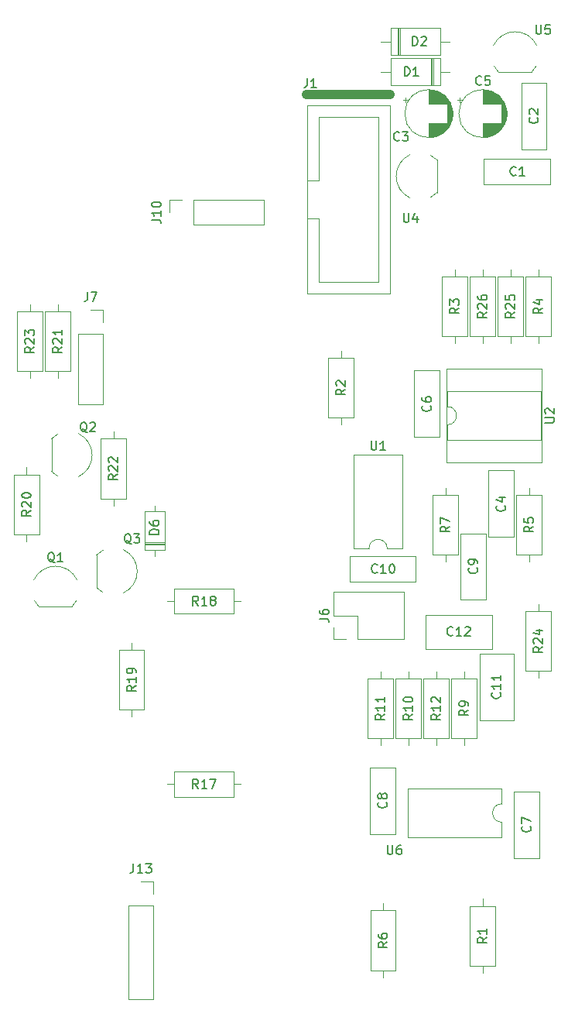
<source format=gto>
%TF.GenerationSoftware,KiCad,Pcbnew,7.0.2-0*%
%TF.CreationDate,2023-07-19T20:31:15+01:00*%
%TF.ProjectId,attiny-modulator,61747469-6e79-42d6-9d6f-64756c61746f,rev02*%
%TF.SameCoordinates,Original*%
%TF.FileFunction,Legend,Top*%
%TF.FilePolarity,Positive*%
%FSLAX46Y46*%
G04 Gerber Fmt 4.6, Leading zero omitted, Abs format (unit mm)*
G04 Created by KiCad (PCBNEW 7.0.2-0) date 2023-07-19 20:31:15*
%MOMM*%
%LPD*%
G01*
G04 APERTURE LIST*
%ADD10C,0.150000*%
%ADD11C,0.120000*%
%ADD12C,1.000000*%
G04 APERTURE END LIST*
D10*
%TO.C,R19*%
X113962619Y-122722857D02*
X113486428Y-123056190D01*
X113962619Y-123294285D02*
X112962619Y-123294285D01*
X112962619Y-123294285D02*
X112962619Y-122913333D01*
X112962619Y-122913333D02*
X113010238Y-122818095D01*
X113010238Y-122818095D02*
X113057857Y-122770476D01*
X113057857Y-122770476D02*
X113153095Y-122722857D01*
X113153095Y-122722857D02*
X113295952Y-122722857D01*
X113295952Y-122722857D02*
X113391190Y-122770476D01*
X113391190Y-122770476D02*
X113438809Y-122818095D01*
X113438809Y-122818095D02*
X113486428Y-122913333D01*
X113486428Y-122913333D02*
X113486428Y-123294285D01*
X113962619Y-121770476D02*
X113962619Y-122341904D01*
X113962619Y-122056190D02*
X112962619Y-122056190D01*
X112962619Y-122056190D02*
X113105476Y-122151428D01*
X113105476Y-122151428D02*
X113200714Y-122246666D01*
X113200714Y-122246666D02*
X113248333Y-122341904D01*
X113962619Y-121294285D02*
X113962619Y-121103809D01*
X113962619Y-121103809D02*
X113915000Y-121008571D01*
X113915000Y-121008571D02*
X113867380Y-120960952D01*
X113867380Y-120960952D02*
X113724523Y-120865714D01*
X113724523Y-120865714D02*
X113534047Y-120818095D01*
X113534047Y-120818095D02*
X113153095Y-120818095D01*
X113153095Y-120818095D02*
X113057857Y-120865714D01*
X113057857Y-120865714D02*
X113010238Y-120913333D01*
X113010238Y-120913333D02*
X112962619Y-121008571D01*
X112962619Y-121008571D02*
X112962619Y-121199047D01*
X112962619Y-121199047D02*
X113010238Y-121294285D01*
X113010238Y-121294285D02*
X113057857Y-121341904D01*
X113057857Y-121341904D02*
X113153095Y-121389523D01*
X113153095Y-121389523D02*
X113391190Y-121389523D01*
X113391190Y-121389523D02*
X113486428Y-121341904D01*
X113486428Y-121341904D02*
X113534047Y-121294285D01*
X113534047Y-121294285D02*
X113581666Y-121199047D01*
X113581666Y-121199047D02*
X113581666Y-121008571D01*
X113581666Y-121008571D02*
X113534047Y-120913333D01*
X113534047Y-120913333D02*
X113486428Y-120865714D01*
X113486428Y-120865714D02*
X113391190Y-120818095D01*
%TO.C,C7*%
X157085380Y-138088666D02*
X157133000Y-138136285D01*
X157133000Y-138136285D02*
X157180619Y-138279142D01*
X157180619Y-138279142D02*
X157180619Y-138374380D01*
X157180619Y-138374380D02*
X157133000Y-138517237D01*
X157133000Y-138517237D02*
X157037761Y-138612475D01*
X157037761Y-138612475D02*
X156942523Y-138660094D01*
X156942523Y-138660094D02*
X156752047Y-138707713D01*
X156752047Y-138707713D02*
X156609190Y-138707713D01*
X156609190Y-138707713D02*
X156418714Y-138660094D01*
X156418714Y-138660094D02*
X156323476Y-138612475D01*
X156323476Y-138612475D02*
X156228238Y-138517237D01*
X156228238Y-138517237D02*
X156180619Y-138374380D01*
X156180619Y-138374380D02*
X156180619Y-138279142D01*
X156180619Y-138279142D02*
X156228238Y-138136285D01*
X156228238Y-138136285D02*
X156275857Y-138088666D01*
X156180619Y-137755332D02*
X156180619Y-137088666D01*
X156180619Y-137088666D02*
X157180619Y-137517237D01*
%TO.C,R23*%
X102824619Y-85732857D02*
X102348428Y-86066190D01*
X102824619Y-86304285D02*
X101824619Y-86304285D01*
X101824619Y-86304285D02*
X101824619Y-85923333D01*
X101824619Y-85923333D02*
X101872238Y-85828095D01*
X101872238Y-85828095D02*
X101919857Y-85780476D01*
X101919857Y-85780476D02*
X102015095Y-85732857D01*
X102015095Y-85732857D02*
X102157952Y-85732857D01*
X102157952Y-85732857D02*
X102253190Y-85780476D01*
X102253190Y-85780476D02*
X102300809Y-85828095D01*
X102300809Y-85828095D02*
X102348428Y-85923333D01*
X102348428Y-85923333D02*
X102348428Y-86304285D01*
X101919857Y-85351904D02*
X101872238Y-85304285D01*
X101872238Y-85304285D02*
X101824619Y-85209047D01*
X101824619Y-85209047D02*
X101824619Y-84970952D01*
X101824619Y-84970952D02*
X101872238Y-84875714D01*
X101872238Y-84875714D02*
X101919857Y-84828095D01*
X101919857Y-84828095D02*
X102015095Y-84780476D01*
X102015095Y-84780476D02*
X102110333Y-84780476D01*
X102110333Y-84780476D02*
X102253190Y-84828095D01*
X102253190Y-84828095D02*
X102824619Y-85399523D01*
X102824619Y-85399523D02*
X102824619Y-84780476D01*
X101824619Y-84447142D02*
X101824619Y-83828095D01*
X101824619Y-83828095D02*
X102205571Y-84161428D01*
X102205571Y-84161428D02*
X102205571Y-84018571D01*
X102205571Y-84018571D02*
X102253190Y-83923333D01*
X102253190Y-83923333D02*
X102300809Y-83875714D01*
X102300809Y-83875714D02*
X102396047Y-83828095D01*
X102396047Y-83828095D02*
X102634142Y-83828095D01*
X102634142Y-83828095D02*
X102729380Y-83875714D01*
X102729380Y-83875714D02*
X102777000Y-83923333D01*
X102777000Y-83923333D02*
X102824619Y-84018571D01*
X102824619Y-84018571D02*
X102824619Y-84304285D01*
X102824619Y-84304285D02*
X102777000Y-84399523D01*
X102777000Y-84399523D02*
X102729380Y-84447142D01*
%TO.C,R4*%
X158450619Y-81446666D02*
X157974428Y-81779999D01*
X158450619Y-82018094D02*
X157450619Y-82018094D01*
X157450619Y-82018094D02*
X157450619Y-81637142D01*
X157450619Y-81637142D02*
X157498238Y-81541904D01*
X157498238Y-81541904D02*
X157545857Y-81494285D01*
X157545857Y-81494285D02*
X157641095Y-81446666D01*
X157641095Y-81446666D02*
X157783952Y-81446666D01*
X157783952Y-81446666D02*
X157879190Y-81494285D01*
X157879190Y-81494285D02*
X157926809Y-81541904D01*
X157926809Y-81541904D02*
X157974428Y-81637142D01*
X157974428Y-81637142D02*
X157974428Y-82018094D01*
X157783952Y-80589523D02*
X158450619Y-80589523D01*
X157403000Y-80827618D02*
X158117285Y-81065713D01*
X158117285Y-81065713D02*
X158117285Y-80446666D01*
%TO.C,R12*%
X147274619Y-125864857D02*
X146798428Y-126198190D01*
X147274619Y-126436285D02*
X146274619Y-126436285D01*
X146274619Y-126436285D02*
X146274619Y-126055333D01*
X146274619Y-126055333D02*
X146322238Y-125960095D01*
X146322238Y-125960095D02*
X146369857Y-125912476D01*
X146369857Y-125912476D02*
X146465095Y-125864857D01*
X146465095Y-125864857D02*
X146607952Y-125864857D01*
X146607952Y-125864857D02*
X146703190Y-125912476D01*
X146703190Y-125912476D02*
X146750809Y-125960095D01*
X146750809Y-125960095D02*
X146798428Y-126055333D01*
X146798428Y-126055333D02*
X146798428Y-126436285D01*
X147274619Y-124912476D02*
X147274619Y-125483904D01*
X147274619Y-125198190D02*
X146274619Y-125198190D01*
X146274619Y-125198190D02*
X146417476Y-125293428D01*
X146417476Y-125293428D02*
X146512714Y-125388666D01*
X146512714Y-125388666D02*
X146560333Y-125483904D01*
X146369857Y-124531523D02*
X146322238Y-124483904D01*
X146322238Y-124483904D02*
X146274619Y-124388666D01*
X146274619Y-124388666D02*
X146274619Y-124150571D01*
X146274619Y-124150571D02*
X146322238Y-124055333D01*
X146322238Y-124055333D02*
X146369857Y-124007714D01*
X146369857Y-124007714D02*
X146465095Y-123960095D01*
X146465095Y-123960095D02*
X146560333Y-123960095D01*
X146560333Y-123960095D02*
X146703190Y-124007714D01*
X146703190Y-124007714D02*
X147274619Y-124579142D01*
X147274619Y-124579142D02*
X147274619Y-123960095D01*
%TO.C,R7*%
X148290619Y-105322666D02*
X147814428Y-105655999D01*
X148290619Y-105894094D02*
X147290619Y-105894094D01*
X147290619Y-105894094D02*
X147290619Y-105513142D01*
X147290619Y-105513142D02*
X147338238Y-105417904D01*
X147338238Y-105417904D02*
X147385857Y-105370285D01*
X147385857Y-105370285D02*
X147481095Y-105322666D01*
X147481095Y-105322666D02*
X147623952Y-105322666D01*
X147623952Y-105322666D02*
X147719190Y-105370285D01*
X147719190Y-105370285D02*
X147766809Y-105417904D01*
X147766809Y-105417904D02*
X147814428Y-105513142D01*
X147814428Y-105513142D02*
X147814428Y-105894094D01*
X147290619Y-104989332D02*
X147290619Y-104322666D01*
X147290619Y-104322666D02*
X148290619Y-104751237D01*
%TO.C,R2*%
X136860619Y-90336666D02*
X136384428Y-90669999D01*
X136860619Y-90908094D02*
X135860619Y-90908094D01*
X135860619Y-90908094D02*
X135860619Y-90527142D01*
X135860619Y-90527142D02*
X135908238Y-90431904D01*
X135908238Y-90431904D02*
X135955857Y-90384285D01*
X135955857Y-90384285D02*
X136051095Y-90336666D01*
X136051095Y-90336666D02*
X136193952Y-90336666D01*
X136193952Y-90336666D02*
X136289190Y-90384285D01*
X136289190Y-90384285D02*
X136336809Y-90431904D01*
X136336809Y-90431904D02*
X136384428Y-90527142D01*
X136384428Y-90527142D02*
X136384428Y-90908094D01*
X135955857Y-89955713D02*
X135908238Y-89908094D01*
X135908238Y-89908094D02*
X135860619Y-89812856D01*
X135860619Y-89812856D02*
X135860619Y-89574761D01*
X135860619Y-89574761D02*
X135908238Y-89479523D01*
X135908238Y-89479523D02*
X135955857Y-89431904D01*
X135955857Y-89431904D02*
X136051095Y-89384285D01*
X136051095Y-89384285D02*
X136146333Y-89384285D01*
X136146333Y-89384285D02*
X136289190Y-89431904D01*
X136289190Y-89431904D02*
X136860619Y-90003332D01*
X136860619Y-90003332D02*
X136860619Y-89384285D01*
%TO.C,R9*%
X150322619Y-125388666D02*
X149846428Y-125721999D01*
X150322619Y-125960094D02*
X149322619Y-125960094D01*
X149322619Y-125960094D02*
X149322619Y-125579142D01*
X149322619Y-125579142D02*
X149370238Y-125483904D01*
X149370238Y-125483904D02*
X149417857Y-125436285D01*
X149417857Y-125436285D02*
X149513095Y-125388666D01*
X149513095Y-125388666D02*
X149655952Y-125388666D01*
X149655952Y-125388666D02*
X149751190Y-125436285D01*
X149751190Y-125436285D02*
X149798809Y-125483904D01*
X149798809Y-125483904D02*
X149846428Y-125579142D01*
X149846428Y-125579142D02*
X149846428Y-125960094D01*
X150322619Y-124912475D02*
X150322619Y-124721999D01*
X150322619Y-124721999D02*
X150275000Y-124626761D01*
X150275000Y-124626761D02*
X150227380Y-124579142D01*
X150227380Y-124579142D02*
X150084523Y-124483904D01*
X150084523Y-124483904D02*
X149894047Y-124436285D01*
X149894047Y-124436285D02*
X149513095Y-124436285D01*
X149513095Y-124436285D02*
X149417857Y-124483904D01*
X149417857Y-124483904D02*
X149370238Y-124531523D01*
X149370238Y-124531523D02*
X149322619Y-124626761D01*
X149322619Y-124626761D02*
X149322619Y-124817237D01*
X149322619Y-124817237D02*
X149370238Y-124912475D01*
X149370238Y-124912475D02*
X149417857Y-124960094D01*
X149417857Y-124960094D02*
X149513095Y-125007713D01*
X149513095Y-125007713D02*
X149751190Y-125007713D01*
X149751190Y-125007713D02*
X149846428Y-124960094D01*
X149846428Y-124960094D02*
X149894047Y-124912475D01*
X149894047Y-124912475D02*
X149941666Y-124817237D01*
X149941666Y-124817237D02*
X149941666Y-124626761D01*
X149941666Y-124626761D02*
X149894047Y-124531523D01*
X149894047Y-124531523D02*
X149846428Y-124483904D01*
X149846428Y-124483904D02*
X149751190Y-124436285D01*
%TO.C,R17*%
X120777142Y-133962619D02*
X120443809Y-133486428D01*
X120205714Y-133962619D02*
X120205714Y-132962619D01*
X120205714Y-132962619D02*
X120586666Y-132962619D01*
X120586666Y-132962619D02*
X120681904Y-133010238D01*
X120681904Y-133010238D02*
X120729523Y-133057857D01*
X120729523Y-133057857D02*
X120777142Y-133153095D01*
X120777142Y-133153095D02*
X120777142Y-133295952D01*
X120777142Y-133295952D02*
X120729523Y-133391190D01*
X120729523Y-133391190D02*
X120681904Y-133438809D01*
X120681904Y-133438809D02*
X120586666Y-133486428D01*
X120586666Y-133486428D02*
X120205714Y-133486428D01*
X121729523Y-133962619D02*
X121158095Y-133962619D01*
X121443809Y-133962619D02*
X121443809Y-132962619D01*
X121443809Y-132962619D02*
X121348571Y-133105476D01*
X121348571Y-133105476D02*
X121253333Y-133200714D01*
X121253333Y-133200714D02*
X121158095Y-133248333D01*
X122062857Y-132962619D02*
X122729523Y-132962619D01*
X122729523Y-132962619D02*
X122300952Y-133962619D01*
%TO.C,C12*%
X148629142Y-117207380D02*
X148581523Y-117255000D01*
X148581523Y-117255000D02*
X148438666Y-117302619D01*
X148438666Y-117302619D02*
X148343428Y-117302619D01*
X148343428Y-117302619D02*
X148200571Y-117255000D01*
X148200571Y-117255000D02*
X148105333Y-117159761D01*
X148105333Y-117159761D02*
X148057714Y-117064523D01*
X148057714Y-117064523D02*
X148010095Y-116874047D01*
X148010095Y-116874047D02*
X148010095Y-116731190D01*
X148010095Y-116731190D02*
X148057714Y-116540714D01*
X148057714Y-116540714D02*
X148105333Y-116445476D01*
X148105333Y-116445476D02*
X148200571Y-116350238D01*
X148200571Y-116350238D02*
X148343428Y-116302619D01*
X148343428Y-116302619D02*
X148438666Y-116302619D01*
X148438666Y-116302619D02*
X148581523Y-116350238D01*
X148581523Y-116350238D02*
X148629142Y-116397857D01*
X149581523Y-117302619D02*
X149010095Y-117302619D01*
X149295809Y-117302619D02*
X149295809Y-116302619D01*
X149295809Y-116302619D02*
X149200571Y-116445476D01*
X149200571Y-116445476D02*
X149105333Y-116540714D01*
X149105333Y-116540714D02*
X149010095Y-116588333D01*
X149962476Y-116397857D02*
X150010095Y-116350238D01*
X150010095Y-116350238D02*
X150105333Y-116302619D01*
X150105333Y-116302619D02*
X150343428Y-116302619D01*
X150343428Y-116302619D02*
X150438666Y-116350238D01*
X150438666Y-116350238D02*
X150486285Y-116397857D01*
X150486285Y-116397857D02*
X150533904Y-116493095D01*
X150533904Y-116493095D02*
X150533904Y-116588333D01*
X150533904Y-116588333D02*
X150486285Y-116731190D01*
X150486285Y-116731190D02*
X149914857Y-117302619D01*
X149914857Y-117302619D02*
X150533904Y-117302619D01*
%TO.C,D6*%
X116462619Y-106192494D02*
X115462619Y-106192494D01*
X115462619Y-106192494D02*
X115462619Y-105954399D01*
X115462619Y-105954399D02*
X115510238Y-105811542D01*
X115510238Y-105811542D02*
X115605476Y-105716304D01*
X115605476Y-105716304D02*
X115700714Y-105668685D01*
X115700714Y-105668685D02*
X115891190Y-105621066D01*
X115891190Y-105621066D02*
X116034047Y-105621066D01*
X116034047Y-105621066D02*
X116224523Y-105668685D01*
X116224523Y-105668685D02*
X116319761Y-105716304D01*
X116319761Y-105716304D02*
X116415000Y-105811542D01*
X116415000Y-105811542D02*
X116462619Y-105954399D01*
X116462619Y-105954399D02*
X116462619Y-106192494D01*
X115462619Y-104763923D02*
X115462619Y-104954399D01*
X115462619Y-104954399D02*
X115510238Y-105049637D01*
X115510238Y-105049637D02*
X115557857Y-105097256D01*
X115557857Y-105097256D02*
X115700714Y-105192494D01*
X115700714Y-105192494D02*
X115891190Y-105240113D01*
X115891190Y-105240113D02*
X116272142Y-105240113D01*
X116272142Y-105240113D02*
X116367380Y-105192494D01*
X116367380Y-105192494D02*
X116415000Y-105144875D01*
X116415000Y-105144875D02*
X116462619Y-105049637D01*
X116462619Y-105049637D02*
X116462619Y-104859161D01*
X116462619Y-104859161D02*
X116415000Y-104763923D01*
X116415000Y-104763923D02*
X116367380Y-104716304D01*
X116367380Y-104716304D02*
X116272142Y-104668685D01*
X116272142Y-104668685D02*
X116034047Y-104668685D01*
X116034047Y-104668685D02*
X115938809Y-104716304D01*
X115938809Y-104716304D02*
X115891190Y-104763923D01*
X115891190Y-104763923D02*
X115843571Y-104859161D01*
X115843571Y-104859161D02*
X115843571Y-105049637D01*
X115843571Y-105049637D02*
X115891190Y-105144875D01*
X115891190Y-105144875D02*
X115938809Y-105192494D01*
X115938809Y-105192494D02*
X116034047Y-105240113D01*
%TO.C,R20*%
X102462619Y-103562857D02*
X101986428Y-103896190D01*
X102462619Y-104134285D02*
X101462619Y-104134285D01*
X101462619Y-104134285D02*
X101462619Y-103753333D01*
X101462619Y-103753333D02*
X101510238Y-103658095D01*
X101510238Y-103658095D02*
X101557857Y-103610476D01*
X101557857Y-103610476D02*
X101653095Y-103562857D01*
X101653095Y-103562857D02*
X101795952Y-103562857D01*
X101795952Y-103562857D02*
X101891190Y-103610476D01*
X101891190Y-103610476D02*
X101938809Y-103658095D01*
X101938809Y-103658095D02*
X101986428Y-103753333D01*
X101986428Y-103753333D02*
X101986428Y-104134285D01*
X101557857Y-103181904D02*
X101510238Y-103134285D01*
X101510238Y-103134285D02*
X101462619Y-103039047D01*
X101462619Y-103039047D02*
X101462619Y-102800952D01*
X101462619Y-102800952D02*
X101510238Y-102705714D01*
X101510238Y-102705714D02*
X101557857Y-102658095D01*
X101557857Y-102658095D02*
X101653095Y-102610476D01*
X101653095Y-102610476D02*
X101748333Y-102610476D01*
X101748333Y-102610476D02*
X101891190Y-102658095D01*
X101891190Y-102658095D02*
X102462619Y-103229523D01*
X102462619Y-103229523D02*
X102462619Y-102610476D01*
X101462619Y-101991428D02*
X101462619Y-101896190D01*
X101462619Y-101896190D02*
X101510238Y-101800952D01*
X101510238Y-101800952D02*
X101557857Y-101753333D01*
X101557857Y-101753333D02*
X101653095Y-101705714D01*
X101653095Y-101705714D02*
X101843571Y-101658095D01*
X101843571Y-101658095D02*
X102081666Y-101658095D01*
X102081666Y-101658095D02*
X102272142Y-101705714D01*
X102272142Y-101705714D02*
X102367380Y-101753333D01*
X102367380Y-101753333D02*
X102415000Y-101800952D01*
X102415000Y-101800952D02*
X102462619Y-101896190D01*
X102462619Y-101896190D02*
X102462619Y-101991428D01*
X102462619Y-101991428D02*
X102415000Y-102086666D01*
X102415000Y-102086666D02*
X102367380Y-102134285D01*
X102367380Y-102134285D02*
X102272142Y-102181904D01*
X102272142Y-102181904D02*
X102081666Y-102229523D01*
X102081666Y-102229523D02*
X101843571Y-102229523D01*
X101843571Y-102229523D02*
X101653095Y-102181904D01*
X101653095Y-102181904D02*
X101557857Y-102134285D01*
X101557857Y-102134285D02*
X101510238Y-102086666D01*
X101510238Y-102086666D02*
X101462619Y-101991428D01*
%TO.C,C6*%
X146163380Y-92114666D02*
X146211000Y-92162285D01*
X146211000Y-92162285D02*
X146258619Y-92305142D01*
X146258619Y-92305142D02*
X146258619Y-92400380D01*
X146258619Y-92400380D02*
X146211000Y-92543237D01*
X146211000Y-92543237D02*
X146115761Y-92638475D01*
X146115761Y-92638475D02*
X146020523Y-92686094D01*
X146020523Y-92686094D02*
X145830047Y-92733713D01*
X145830047Y-92733713D02*
X145687190Y-92733713D01*
X145687190Y-92733713D02*
X145496714Y-92686094D01*
X145496714Y-92686094D02*
X145401476Y-92638475D01*
X145401476Y-92638475D02*
X145306238Y-92543237D01*
X145306238Y-92543237D02*
X145258619Y-92400380D01*
X145258619Y-92400380D02*
X145258619Y-92305142D01*
X145258619Y-92305142D02*
X145306238Y-92162285D01*
X145306238Y-92162285D02*
X145353857Y-92114666D01*
X145258619Y-91257523D02*
X145258619Y-91447999D01*
X145258619Y-91447999D02*
X145306238Y-91543237D01*
X145306238Y-91543237D02*
X145353857Y-91590856D01*
X145353857Y-91590856D02*
X145496714Y-91686094D01*
X145496714Y-91686094D02*
X145687190Y-91733713D01*
X145687190Y-91733713D02*
X146068142Y-91733713D01*
X146068142Y-91733713D02*
X146163380Y-91686094D01*
X146163380Y-91686094D02*
X146211000Y-91638475D01*
X146211000Y-91638475D02*
X146258619Y-91543237D01*
X146258619Y-91543237D02*
X146258619Y-91352761D01*
X146258619Y-91352761D02*
X146211000Y-91257523D01*
X146211000Y-91257523D02*
X146163380Y-91209904D01*
X146163380Y-91209904D02*
X146068142Y-91162285D01*
X146068142Y-91162285D02*
X145830047Y-91162285D01*
X145830047Y-91162285D02*
X145734809Y-91209904D01*
X145734809Y-91209904D02*
X145687190Y-91257523D01*
X145687190Y-91257523D02*
X145639571Y-91352761D01*
X145639571Y-91352761D02*
X145639571Y-91543237D01*
X145639571Y-91543237D02*
X145687190Y-91638475D01*
X145687190Y-91638475D02*
X145734809Y-91686094D01*
X145734809Y-91686094D02*
X145830047Y-91733713D01*
%TO.C,U2*%
X158720619Y-93979904D02*
X159530142Y-93979904D01*
X159530142Y-93979904D02*
X159625380Y-93932285D01*
X159625380Y-93932285D02*
X159673000Y-93884666D01*
X159673000Y-93884666D02*
X159720619Y-93789428D01*
X159720619Y-93789428D02*
X159720619Y-93598952D01*
X159720619Y-93598952D02*
X159673000Y-93503714D01*
X159673000Y-93503714D02*
X159625380Y-93456095D01*
X159625380Y-93456095D02*
X159530142Y-93408476D01*
X159530142Y-93408476D02*
X158720619Y-93408476D01*
X158815857Y-92979904D02*
X158768238Y-92932285D01*
X158768238Y-92932285D02*
X158720619Y-92837047D01*
X158720619Y-92837047D02*
X158720619Y-92598952D01*
X158720619Y-92598952D02*
X158768238Y-92503714D01*
X158768238Y-92503714D02*
X158815857Y-92456095D01*
X158815857Y-92456095D02*
X158911095Y-92408476D01*
X158911095Y-92408476D02*
X159006333Y-92408476D01*
X159006333Y-92408476D02*
X159149190Y-92456095D01*
X159149190Y-92456095D02*
X159720619Y-93027523D01*
X159720619Y-93027523D02*
X159720619Y-92408476D01*
%TO.C,J10*%
X115692619Y-71809523D02*
X116406904Y-71809523D01*
X116406904Y-71809523D02*
X116549761Y-71857142D01*
X116549761Y-71857142D02*
X116645000Y-71952380D01*
X116645000Y-71952380D02*
X116692619Y-72095237D01*
X116692619Y-72095237D02*
X116692619Y-72190475D01*
X116692619Y-70809523D02*
X116692619Y-71380951D01*
X116692619Y-71095237D02*
X115692619Y-71095237D01*
X115692619Y-71095237D02*
X115835476Y-71190475D01*
X115835476Y-71190475D02*
X115930714Y-71285713D01*
X115930714Y-71285713D02*
X115978333Y-71380951D01*
X115692619Y-70190475D02*
X115692619Y-70095237D01*
X115692619Y-70095237D02*
X115740238Y-69999999D01*
X115740238Y-69999999D02*
X115787857Y-69952380D01*
X115787857Y-69952380D02*
X115883095Y-69904761D01*
X115883095Y-69904761D02*
X116073571Y-69857142D01*
X116073571Y-69857142D02*
X116311666Y-69857142D01*
X116311666Y-69857142D02*
X116502142Y-69904761D01*
X116502142Y-69904761D02*
X116597380Y-69952380D01*
X116597380Y-69952380D02*
X116645000Y-69999999D01*
X116645000Y-69999999D02*
X116692619Y-70095237D01*
X116692619Y-70095237D02*
X116692619Y-70190475D01*
X116692619Y-70190475D02*
X116645000Y-70285713D01*
X116645000Y-70285713D02*
X116597380Y-70333332D01*
X116597380Y-70333332D02*
X116502142Y-70380951D01*
X116502142Y-70380951D02*
X116311666Y-70428570D01*
X116311666Y-70428570D02*
X116073571Y-70428570D01*
X116073571Y-70428570D02*
X115883095Y-70380951D01*
X115883095Y-70380951D02*
X115787857Y-70333332D01*
X115787857Y-70333332D02*
X115740238Y-70285713D01*
X115740238Y-70285713D02*
X115692619Y-70190475D01*
%TO.C,Q3*%
X113442761Y-107237857D02*
X113347523Y-107190238D01*
X113347523Y-107190238D02*
X113252285Y-107095000D01*
X113252285Y-107095000D02*
X113109428Y-106952142D01*
X113109428Y-106952142D02*
X113014190Y-106904523D01*
X113014190Y-106904523D02*
X112918952Y-106904523D01*
X112966571Y-107142619D02*
X112871333Y-107095000D01*
X112871333Y-107095000D02*
X112776095Y-106999761D01*
X112776095Y-106999761D02*
X112728476Y-106809285D01*
X112728476Y-106809285D02*
X112728476Y-106475952D01*
X112728476Y-106475952D02*
X112776095Y-106285476D01*
X112776095Y-106285476D02*
X112871333Y-106190238D01*
X112871333Y-106190238D02*
X112966571Y-106142619D01*
X112966571Y-106142619D02*
X113157047Y-106142619D01*
X113157047Y-106142619D02*
X113252285Y-106190238D01*
X113252285Y-106190238D02*
X113347523Y-106285476D01*
X113347523Y-106285476D02*
X113395142Y-106475952D01*
X113395142Y-106475952D02*
X113395142Y-106809285D01*
X113395142Y-106809285D02*
X113347523Y-106999761D01*
X113347523Y-106999761D02*
X113252285Y-107095000D01*
X113252285Y-107095000D02*
X113157047Y-107142619D01*
X113157047Y-107142619D02*
X112966571Y-107142619D01*
X113728476Y-106142619D02*
X114347523Y-106142619D01*
X114347523Y-106142619D02*
X114014190Y-106523571D01*
X114014190Y-106523571D02*
X114157047Y-106523571D01*
X114157047Y-106523571D02*
X114252285Y-106571190D01*
X114252285Y-106571190D02*
X114299904Y-106618809D01*
X114299904Y-106618809D02*
X114347523Y-106714047D01*
X114347523Y-106714047D02*
X114347523Y-106952142D01*
X114347523Y-106952142D02*
X114299904Y-107047380D01*
X114299904Y-107047380D02*
X114252285Y-107095000D01*
X114252285Y-107095000D02*
X114157047Y-107142619D01*
X114157047Y-107142619D02*
X113871333Y-107142619D01*
X113871333Y-107142619D02*
X113776095Y-107095000D01*
X113776095Y-107095000D02*
X113728476Y-107047380D01*
%TO.C,C11*%
X153783380Y-123498857D02*
X153831000Y-123546476D01*
X153831000Y-123546476D02*
X153878619Y-123689333D01*
X153878619Y-123689333D02*
X153878619Y-123784571D01*
X153878619Y-123784571D02*
X153831000Y-123927428D01*
X153831000Y-123927428D02*
X153735761Y-124022666D01*
X153735761Y-124022666D02*
X153640523Y-124070285D01*
X153640523Y-124070285D02*
X153450047Y-124117904D01*
X153450047Y-124117904D02*
X153307190Y-124117904D01*
X153307190Y-124117904D02*
X153116714Y-124070285D01*
X153116714Y-124070285D02*
X153021476Y-124022666D01*
X153021476Y-124022666D02*
X152926238Y-123927428D01*
X152926238Y-123927428D02*
X152878619Y-123784571D01*
X152878619Y-123784571D02*
X152878619Y-123689333D01*
X152878619Y-123689333D02*
X152926238Y-123546476D01*
X152926238Y-123546476D02*
X152973857Y-123498857D01*
X153878619Y-122546476D02*
X153878619Y-123117904D01*
X153878619Y-122832190D02*
X152878619Y-122832190D01*
X152878619Y-122832190D02*
X153021476Y-122927428D01*
X153021476Y-122927428D02*
X153116714Y-123022666D01*
X153116714Y-123022666D02*
X153164333Y-123117904D01*
X153878619Y-121594095D02*
X153878619Y-122165523D01*
X153878619Y-121879809D02*
X152878619Y-121879809D01*
X152878619Y-121879809D02*
X153021476Y-121975047D01*
X153021476Y-121975047D02*
X153116714Y-122070285D01*
X153116714Y-122070285D02*
X153164333Y-122165523D01*
%TO.C,D2*%
X144219705Y-52786619D02*
X144219705Y-51786619D01*
X144219705Y-51786619D02*
X144457800Y-51786619D01*
X144457800Y-51786619D02*
X144600657Y-51834238D01*
X144600657Y-51834238D02*
X144695895Y-51929476D01*
X144695895Y-51929476D02*
X144743514Y-52024714D01*
X144743514Y-52024714D02*
X144791133Y-52215190D01*
X144791133Y-52215190D02*
X144791133Y-52358047D01*
X144791133Y-52358047D02*
X144743514Y-52548523D01*
X144743514Y-52548523D02*
X144695895Y-52643761D01*
X144695895Y-52643761D02*
X144600657Y-52739000D01*
X144600657Y-52739000D02*
X144457800Y-52786619D01*
X144457800Y-52786619D02*
X144219705Y-52786619D01*
X145172086Y-51881857D02*
X145219705Y-51834238D01*
X145219705Y-51834238D02*
X145314943Y-51786619D01*
X145314943Y-51786619D02*
X145553038Y-51786619D01*
X145553038Y-51786619D02*
X145648276Y-51834238D01*
X145648276Y-51834238D02*
X145695895Y-51881857D01*
X145695895Y-51881857D02*
X145743514Y-51977095D01*
X145743514Y-51977095D02*
X145743514Y-52072333D01*
X145743514Y-52072333D02*
X145695895Y-52215190D01*
X145695895Y-52215190D02*
X145124467Y-52786619D01*
X145124467Y-52786619D02*
X145743514Y-52786619D01*
%TO.C,C3*%
X142769333Y-63105380D02*
X142721714Y-63153000D01*
X142721714Y-63153000D02*
X142578857Y-63200619D01*
X142578857Y-63200619D02*
X142483619Y-63200619D01*
X142483619Y-63200619D02*
X142340762Y-63153000D01*
X142340762Y-63153000D02*
X142245524Y-63057761D01*
X142245524Y-63057761D02*
X142197905Y-62962523D01*
X142197905Y-62962523D02*
X142150286Y-62772047D01*
X142150286Y-62772047D02*
X142150286Y-62629190D01*
X142150286Y-62629190D02*
X142197905Y-62438714D01*
X142197905Y-62438714D02*
X142245524Y-62343476D01*
X142245524Y-62343476D02*
X142340762Y-62248238D01*
X142340762Y-62248238D02*
X142483619Y-62200619D01*
X142483619Y-62200619D02*
X142578857Y-62200619D01*
X142578857Y-62200619D02*
X142721714Y-62248238D01*
X142721714Y-62248238D02*
X142769333Y-62295857D01*
X143102667Y-62200619D02*
X143721714Y-62200619D01*
X143721714Y-62200619D02*
X143388381Y-62581571D01*
X143388381Y-62581571D02*
X143531238Y-62581571D01*
X143531238Y-62581571D02*
X143626476Y-62629190D01*
X143626476Y-62629190D02*
X143674095Y-62676809D01*
X143674095Y-62676809D02*
X143721714Y-62772047D01*
X143721714Y-62772047D02*
X143721714Y-63010142D01*
X143721714Y-63010142D02*
X143674095Y-63105380D01*
X143674095Y-63105380D02*
X143626476Y-63153000D01*
X143626476Y-63153000D02*
X143531238Y-63200619D01*
X143531238Y-63200619D02*
X143245524Y-63200619D01*
X143245524Y-63200619D02*
X143150286Y-63153000D01*
X143150286Y-63153000D02*
X143102667Y-63105380D01*
%TO.C,U6*%
X141478095Y-140178619D02*
X141478095Y-140988142D01*
X141478095Y-140988142D02*
X141525714Y-141083380D01*
X141525714Y-141083380D02*
X141573333Y-141131000D01*
X141573333Y-141131000D02*
X141668571Y-141178619D01*
X141668571Y-141178619D02*
X141859047Y-141178619D01*
X141859047Y-141178619D02*
X141954285Y-141131000D01*
X141954285Y-141131000D02*
X142001904Y-141083380D01*
X142001904Y-141083380D02*
X142049523Y-140988142D01*
X142049523Y-140988142D02*
X142049523Y-140178619D01*
X142954285Y-140178619D02*
X142763809Y-140178619D01*
X142763809Y-140178619D02*
X142668571Y-140226238D01*
X142668571Y-140226238D02*
X142620952Y-140273857D01*
X142620952Y-140273857D02*
X142525714Y-140416714D01*
X142525714Y-140416714D02*
X142478095Y-140607190D01*
X142478095Y-140607190D02*
X142478095Y-140988142D01*
X142478095Y-140988142D02*
X142525714Y-141083380D01*
X142525714Y-141083380D02*
X142573333Y-141131000D01*
X142573333Y-141131000D02*
X142668571Y-141178619D01*
X142668571Y-141178619D02*
X142859047Y-141178619D01*
X142859047Y-141178619D02*
X142954285Y-141131000D01*
X142954285Y-141131000D02*
X143001904Y-141083380D01*
X143001904Y-141083380D02*
X143049523Y-140988142D01*
X143049523Y-140988142D02*
X143049523Y-140750047D01*
X143049523Y-140750047D02*
X143001904Y-140654809D01*
X143001904Y-140654809D02*
X142954285Y-140607190D01*
X142954285Y-140607190D02*
X142859047Y-140559571D01*
X142859047Y-140559571D02*
X142668571Y-140559571D01*
X142668571Y-140559571D02*
X142573333Y-140607190D01*
X142573333Y-140607190D02*
X142525714Y-140654809D01*
X142525714Y-140654809D02*
X142478095Y-140750047D01*
%TO.C,C5*%
X151757333Y-57009380D02*
X151709714Y-57057000D01*
X151709714Y-57057000D02*
X151566857Y-57104619D01*
X151566857Y-57104619D02*
X151471619Y-57104619D01*
X151471619Y-57104619D02*
X151328762Y-57057000D01*
X151328762Y-57057000D02*
X151233524Y-56961761D01*
X151233524Y-56961761D02*
X151185905Y-56866523D01*
X151185905Y-56866523D02*
X151138286Y-56676047D01*
X151138286Y-56676047D02*
X151138286Y-56533190D01*
X151138286Y-56533190D02*
X151185905Y-56342714D01*
X151185905Y-56342714D02*
X151233524Y-56247476D01*
X151233524Y-56247476D02*
X151328762Y-56152238D01*
X151328762Y-56152238D02*
X151471619Y-56104619D01*
X151471619Y-56104619D02*
X151566857Y-56104619D01*
X151566857Y-56104619D02*
X151709714Y-56152238D01*
X151709714Y-56152238D02*
X151757333Y-56199857D01*
X152662095Y-56104619D02*
X152185905Y-56104619D01*
X152185905Y-56104619D02*
X152138286Y-56580809D01*
X152138286Y-56580809D02*
X152185905Y-56533190D01*
X152185905Y-56533190D02*
X152281143Y-56485571D01*
X152281143Y-56485571D02*
X152519238Y-56485571D01*
X152519238Y-56485571D02*
X152614476Y-56533190D01*
X152614476Y-56533190D02*
X152662095Y-56580809D01*
X152662095Y-56580809D02*
X152709714Y-56676047D01*
X152709714Y-56676047D02*
X152709714Y-56914142D01*
X152709714Y-56914142D02*
X152662095Y-57009380D01*
X152662095Y-57009380D02*
X152614476Y-57057000D01*
X152614476Y-57057000D02*
X152519238Y-57104619D01*
X152519238Y-57104619D02*
X152281143Y-57104619D01*
X152281143Y-57104619D02*
X152185905Y-57057000D01*
X152185905Y-57057000D02*
X152138286Y-57009380D01*
%TO.C,R24*%
X158450619Y-118498857D02*
X157974428Y-118832190D01*
X158450619Y-119070285D02*
X157450619Y-119070285D01*
X157450619Y-119070285D02*
X157450619Y-118689333D01*
X157450619Y-118689333D02*
X157498238Y-118594095D01*
X157498238Y-118594095D02*
X157545857Y-118546476D01*
X157545857Y-118546476D02*
X157641095Y-118498857D01*
X157641095Y-118498857D02*
X157783952Y-118498857D01*
X157783952Y-118498857D02*
X157879190Y-118546476D01*
X157879190Y-118546476D02*
X157926809Y-118594095D01*
X157926809Y-118594095D02*
X157974428Y-118689333D01*
X157974428Y-118689333D02*
X157974428Y-119070285D01*
X157545857Y-118117904D02*
X157498238Y-118070285D01*
X157498238Y-118070285D02*
X157450619Y-117975047D01*
X157450619Y-117975047D02*
X157450619Y-117736952D01*
X157450619Y-117736952D02*
X157498238Y-117641714D01*
X157498238Y-117641714D02*
X157545857Y-117594095D01*
X157545857Y-117594095D02*
X157641095Y-117546476D01*
X157641095Y-117546476D02*
X157736333Y-117546476D01*
X157736333Y-117546476D02*
X157879190Y-117594095D01*
X157879190Y-117594095D02*
X158450619Y-118165523D01*
X158450619Y-118165523D02*
X158450619Y-117546476D01*
X157783952Y-116689333D02*
X158450619Y-116689333D01*
X157403000Y-116927428D02*
X158117285Y-117165523D01*
X158117285Y-117165523D02*
X158117285Y-116546476D01*
%TO.C,R18*%
X120777142Y-113962619D02*
X120443809Y-113486428D01*
X120205714Y-113962619D02*
X120205714Y-112962619D01*
X120205714Y-112962619D02*
X120586666Y-112962619D01*
X120586666Y-112962619D02*
X120681904Y-113010238D01*
X120681904Y-113010238D02*
X120729523Y-113057857D01*
X120729523Y-113057857D02*
X120777142Y-113153095D01*
X120777142Y-113153095D02*
X120777142Y-113295952D01*
X120777142Y-113295952D02*
X120729523Y-113391190D01*
X120729523Y-113391190D02*
X120681904Y-113438809D01*
X120681904Y-113438809D02*
X120586666Y-113486428D01*
X120586666Y-113486428D02*
X120205714Y-113486428D01*
X121729523Y-113962619D02*
X121158095Y-113962619D01*
X121443809Y-113962619D02*
X121443809Y-112962619D01*
X121443809Y-112962619D02*
X121348571Y-113105476D01*
X121348571Y-113105476D02*
X121253333Y-113200714D01*
X121253333Y-113200714D02*
X121158095Y-113248333D01*
X122300952Y-113391190D02*
X122205714Y-113343571D01*
X122205714Y-113343571D02*
X122158095Y-113295952D01*
X122158095Y-113295952D02*
X122110476Y-113200714D01*
X122110476Y-113200714D02*
X122110476Y-113153095D01*
X122110476Y-113153095D02*
X122158095Y-113057857D01*
X122158095Y-113057857D02*
X122205714Y-113010238D01*
X122205714Y-113010238D02*
X122300952Y-112962619D01*
X122300952Y-112962619D02*
X122491428Y-112962619D01*
X122491428Y-112962619D02*
X122586666Y-113010238D01*
X122586666Y-113010238D02*
X122634285Y-113057857D01*
X122634285Y-113057857D02*
X122681904Y-113153095D01*
X122681904Y-113153095D02*
X122681904Y-113200714D01*
X122681904Y-113200714D02*
X122634285Y-113295952D01*
X122634285Y-113295952D02*
X122586666Y-113343571D01*
X122586666Y-113343571D02*
X122491428Y-113391190D01*
X122491428Y-113391190D02*
X122300952Y-113391190D01*
X122300952Y-113391190D02*
X122205714Y-113438809D01*
X122205714Y-113438809D02*
X122158095Y-113486428D01*
X122158095Y-113486428D02*
X122110476Y-113581666D01*
X122110476Y-113581666D02*
X122110476Y-113772142D01*
X122110476Y-113772142D02*
X122158095Y-113867380D01*
X122158095Y-113867380D02*
X122205714Y-113915000D01*
X122205714Y-113915000D02*
X122300952Y-113962619D01*
X122300952Y-113962619D02*
X122491428Y-113962619D01*
X122491428Y-113962619D02*
X122586666Y-113915000D01*
X122586666Y-113915000D02*
X122634285Y-113867380D01*
X122634285Y-113867380D02*
X122681904Y-113772142D01*
X122681904Y-113772142D02*
X122681904Y-113581666D01*
X122681904Y-113581666D02*
X122634285Y-113486428D01*
X122634285Y-113486428D02*
X122586666Y-113438809D01*
X122586666Y-113438809D02*
X122491428Y-113391190D01*
%TO.C,C2*%
X157867380Y-60626666D02*
X157915000Y-60674285D01*
X157915000Y-60674285D02*
X157962619Y-60817142D01*
X157962619Y-60817142D02*
X157962619Y-60912380D01*
X157962619Y-60912380D02*
X157915000Y-61055237D01*
X157915000Y-61055237D02*
X157819761Y-61150475D01*
X157819761Y-61150475D02*
X157724523Y-61198094D01*
X157724523Y-61198094D02*
X157534047Y-61245713D01*
X157534047Y-61245713D02*
X157391190Y-61245713D01*
X157391190Y-61245713D02*
X157200714Y-61198094D01*
X157200714Y-61198094D02*
X157105476Y-61150475D01*
X157105476Y-61150475D02*
X157010238Y-61055237D01*
X157010238Y-61055237D02*
X156962619Y-60912380D01*
X156962619Y-60912380D02*
X156962619Y-60817142D01*
X156962619Y-60817142D02*
X157010238Y-60674285D01*
X157010238Y-60674285D02*
X157057857Y-60626666D01*
X157057857Y-60245713D02*
X157010238Y-60198094D01*
X157010238Y-60198094D02*
X156962619Y-60102856D01*
X156962619Y-60102856D02*
X156962619Y-59864761D01*
X156962619Y-59864761D02*
X157010238Y-59769523D01*
X157010238Y-59769523D02*
X157057857Y-59721904D01*
X157057857Y-59721904D02*
X157153095Y-59674285D01*
X157153095Y-59674285D02*
X157248333Y-59674285D01*
X157248333Y-59674285D02*
X157391190Y-59721904D01*
X157391190Y-59721904D02*
X157962619Y-60293332D01*
X157962619Y-60293332D02*
X157962619Y-59674285D01*
%TO.C,Q1*%
X105060761Y-109265857D02*
X104965523Y-109218238D01*
X104965523Y-109218238D02*
X104870285Y-109123000D01*
X104870285Y-109123000D02*
X104727428Y-108980142D01*
X104727428Y-108980142D02*
X104632190Y-108932523D01*
X104632190Y-108932523D02*
X104536952Y-108932523D01*
X104584571Y-109170619D02*
X104489333Y-109123000D01*
X104489333Y-109123000D02*
X104394095Y-109027761D01*
X104394095Y-109027761D02*
X104346476Y-108837285D01*
X104346476Y-108837285D02*
X104346476Y-108503952D01*
X104346476Y-108503952D02*
X104394095Y-108313476D01*
X104394095Y-108313476D02*
X104489333Y-108218238D01*
X104489333Y-108218238D02*
X104584571Y-108170619D01*
X104584571Y-108170619D02*
X104775047Y-108170619D01*
X104775047Y-108170619D02*
X104870285Y-108218238D01*
X104870285Y-108218238D02*
X104965523Y-108313476D01*
X104965523Y-108313476D02*
X105013142Y-108503952D01*
X105013142Y-108503952D02*
X105013142Y-108837285D01*
X105013142Y-108837285D02*
X104965523Y-109027761D01*
X104965523Y-109027761D02*
X104870285Y-109123000D01*
X104870285Y-109123000D02*
X104775047Y-109170619D01*
X104775047Y-109170619D02*
X104584571Y-109170619D01*
X105965523Y-109170619D02*
X105394095Y-109170619D01*
X105679809Y-109170619D02*
X105679809Y-108170619D01*
X105679809Y-108170619D02*
X105584571Y-108313476D01*
X105584571Y-108313476D02*
X105489333Y-108408714D01*
X105489333Y-108408714D02*
X105394095Y-108456333D01*
%TO.C,R5*%
X157434619Y-105322666D02*
X156958428Y-105655999D01*
X157434619Y-105894094D02*
X156434619Y-105894094D01*
X156434619Y-105894094D02*
X156434619Y-105513142D01*
X156434619Y-105513142D02*
X156482238Y-105417904D01*
X156482238Y-105417904D02*
X156529857Y-105370285D01*
X156529857Y-105370285D02*
X156625095Y-105322666D01*
X156625095Y-105322666D02*
X156767952Y-105322666D01*
X156767952Y-105322666D02*
X156863190Y-105370285D01*
X156863190Y-105370285D02*
X156910809Y-105417904D01*
X156910809Y-105417904D02*
X156958428Y-105513142D01*
X156958428Y-105513142D02*
X156958428Y-105894094D01*
X156434619Y-104417904D02*
X156434619Y-104894094D01*
X156434619Y-104894094D02*
X156910809Y-104941713D01*
X156910809Y-104941713D02*
X156863190Y-104894094D01*
X156863190Y-104894094D02*
X156815571Y-104798856D01*
X156815571Y-104798856D02*
X156815571Y-104560761D01*
X156815571Y-104560761D02*
X156863190Y-104465523D01*
X156863190Y-104465523D02*
X156910809Y-104417904D01*
X156910809Y-104417904D02*
X157006047Y-104370285D01*
X157006047Y-104370285D02*
X157244142Y-104370285D01*
X157244142Y-104370285D02*
X157339380Y-104417904D01*
X157339380Y-104417904D02*
X157387000Y-104465523D01*
X157387000Y-104465523D02*
X157434619Y-104560761D01*
X157434619Y-104560761D02*
X157434619Y-104798856D01*
X157434619Y-104798856D02*
X157387000Y-104894094D01*
X157387000Y-104894094D02*
X157339380Y-104941713D01*
%TO.C,J13*%
X113690476Y-142192619D02*
X113690476Y-142906904D01*
X113690476Y-142906904D02*
X113642857Y-143049761D01*
X113642857Y-143049761D02*
X113547619Y-143145000D01*
X113547619Y-143145000D02*
X113404762Y-143192619D01*
X113404762Y-143192619D02*
X113309524Y-143192619D01*
X114690476Y-143192619D02*
X114119048Y-143192619D01*
X114404762Y-143192619D02*
X114404762Y-142192619D01*
X114404762Y-142192619D02*
X114309524Y-142335476D01*
X114309524Y-142335476D02*
X114214286Y-142430714D01*
X114214286Y-142430714D02*
X114119048Y-142478333D01*
X115023810Y-142192619D02*
X115642857Y-142192619D01*
X115642857Y-142192619D02*
X115309524Y-142573571D01*
X115309524Y-142573571D02*
X115452381Y-142573571D01*
X115452381Y-142573571D02*
X115547619Y-142621190D01*
X115547619Y-142621190D02*
X115595238Y-142668809D01*
X115595238Y-142668809D02*
X115642857Y-142764047D01*
X115642857Y-142764047D02*
X115642857Y-143002142D01*
X115642857Y-143002142D02*
X115595238Y-143097380D01*
X115595238Y-143097380D02*
X115547619Y-143145000D01*
X115547619Y-143145000D02*
X115452381Y-143192619D01*
X115452381Y-143192619D02*
X115166667Y-143192619D01*
X115166667Y-143192619D02*
X115071429Y-143145000D01*
X115071429Y-143145000D02*
X115023810Y-143097380D01*
%TO.C,C10*%
X140367142Y-110349380D02*
X140319523Y-110397000D01*
X140319523Y-110397000D02*
X140176666Y-110444619D01*
X140176666Y-110444619D02*
X140081428Y-110444619D01*
X140081428Y-110444619D02*
X139938571Y-110397000D01*
X139938571Y-110397000D02*
X139843333Y-110301761D01*
X139843333Y-110301761D02*
X139795714Y-110206523D01*
X139795714Y-110206523D02*
X139748095Y-110016047D01*
X139748095Y-110016047D02*
X139748095Y-109873190D01*
X139748095Y-109873190D02*
X139795714Y-109682714D01*
X139795714Y-109682714D02*
X139843333Y-109587476D01*
X139843333Y-109587476D02*
X139938571Y-109492238D01*
X139938571Y-109492238D02*
X140081428Y-109444619D01*
X140081428Y-109444619D02*
X140176666Y-109444619D01*
X140176666Y-109444619D02*
X140319523Y-109492238D01*
X140319523Y-109492238D02*
X140367142Y-109539857D01*
X141319523Y-110444619D02*
X140748095Y-110444619D01*
X141033809Y-110444619D02*
X141033809Y-109444619D01*
X141033809Y-109444619D02*
X140938571Y-109587476D01*
X140938571Y-109587476D02*
X140843333Y-109682714D01*
X140843333Y-109682714D02*
X140748095Y-109730333D01*
X141938571Y-109444619D02*
X142033809Y-109444619D01*
X142033809Y-109444619D02*
X142129047Y-109492238D01*
X142129047Y-109492238D02*
X142176666Y-109539857D01*
X142176666Y-109539857D02*
X142224285Y-109635095D01*
X142224285Y-109635095D02*
X142271904Y-109825571D01*
X142271904Y-109825571D02*
X142271904Y-110063666D01*
X142271904Y-110063666D02*
X142224285Y-110254142D01*
X142224285Y-110254142D02*
X142176666Y-110349380D01*
X142176666Y-110349380D02*
X142129047Y-110397000D01*
X142129047Y-110397000D02*
X142033809Y-110444619D01*
X142033809Y-110444619D02*
X141938571Y-110444619D01*
X141938571Y-110444619D02*
X141843333Y-110397000D01*
X141843333Y-110397000D02*
X141795714Y-110349380D01*
X141795714Y-110349380D02*
X141748095Y-110254142D01*
X141748095Y-110254142D02*
X141700476Y-110063666D01*
X141700476Y-110063666D02*
X141700476Y-109825571D01*
X141700476Y-109825571D02*
X141748095Y-109635095D01*
X141748095Y-109635095D02*
X141795714Y-109539857D01*
X141795714Y-109539857D02*
X141843333Y-109492238D01*
X141843333Y-109492238D02*
X141938571Y-109444619D01*
%TO.C,J7*%
X108666666Y-79692619D02*
X108666666Y-80406904D01*
X108666666Y-80406904D02*
X108619047Y-80549761D01*
X108619047Y-80549761D02*
X108523809Y-80645000D01*
X108523809Y-80645000D02*
X108380952Y-80692619D01*
X108380952Y-80692619D02*
X108285714Y-80692619D01*
X109047619Y-79692619D02*
X109714285Y-79692619D01*
X109714285Y-79692619D02*
X109285714Y-80692619D01*
%TO.C,Q2*%
X108616761Y-95045857D02*
X108521523Y-94998238D01*
X108521523Y-94998238D02*
X108426285Y-94903000D01*
X108426285Y-94903000D02*
X108283428Y-94760142D01*
X108283428Y-94760142D02*
X108188190Y-94712523D01*
X108188190Y-94712523D02*
X108092952Y-94712523D01*
X108140571Y-94950619D02*
X108045333Y-94903000D01*
X108045333Y-94903000D02*
X107950095Y-94807761D01*
X107950095Y-94807761D02*
X107902476Y-94617285D01*
X107902476Y-94617285D02*
X107902476Y-94283952D01*
X107902476Y-94283952D02*
X107950095Y-94093476D01*
X107950095Y-94093476D02*
X108045333Y-93998238D01*
X108045333Y-93998238D02*
X108140571Y-93950619D01*
X108140571Y-93950619D02*
X108331047Y-93950619D01*
X108331047Y-93950619D02*
X108426285Y-93998238D01*
X108426285Y-93998238D02*
X108521523Y-94093476D01*
X108521523Y-94093476D02*
X108569142Y-94283952D01*
X108569142Y-94283952D02*
X108569142Y-94617285D01*
X108569142Y-94617285D02*
X108521523Y-94807761D01*
X108521523Y-94807761D02*
X108426285Y-94903000D01*
X108426285Y-94903000D02*
X108331047Y-94950619D01*
X108331047Y-94950619D02*
X108140571Y-94950619D01*
X108950095Y-94045857D02*
X108997714Y-93998238D01*
X108997714Y-93998238D02*
X109092952Y-93950619D01*
X109092952Y-93950619D02*
X109331047Y-93950619D01*
X109331047Y-93950619D02*
X109426285Y-93998238D01*
X109426285Y-93998238D02*
X109473904Y-94045857D01*
X109473904Y-94045857D02*
X109521523Y-94141095D01*
X109521523Y-94141095D02*
X109521523Y-94236333D01*
X109521523Y-94236333D02*
X109473904Y-94379190D01*
X109473904Y-94379190D02*
X108902476Y-94950619D01*
X108902476Y-94950619D02*
X109521523Y-94950619D01*
%TO.C,C9*%
X151243380Y-109854666D02*
X151291000Y-109902285D01*
X151291000Y-109902285D02*
X151338619Y-110045142D01*
X151338619Y-110045142D02*
X151338619Y-110140380D01*
X151338619Y-110140380D02*
X151291000Y-110283237D01*
X151291000Y-110283237D02*
X151195761Y-110378475D01*
X151195761Y-110378475D02*
X151100523Y-110426094D01*
X151100523Y-110426094D02*
X150910047Y-110473713D01*
X150910047Y-110473713D02*
X150767190Y-110473713D01*
X150767190Y-110473713D02*
X150576714Y-110426094D01*
X150576714Y-110426094D02*
X150481476Y-110378475D01*
X150481476Y-110378475D02*
X150386238Y-110283237D01*
X150386238Y-110283237D02*
X150338619Y-110140380D01*
X150338619Y-110140380D02*
X150338619Y-110045142D01*
X150338619Y-110045142D02*
X150386238Y-109902285D01*
X150386238Y-109902285D02*
X150433857Y-109854666D01*
X151338619Y-109378475D02*
X151338619Y-109187999D01*
X151338619Y-109187999D02*
X151291000Y-109092761D01*
X151291000Y-109092761D02*
X151243380Y-109045142D01*
X151243380Y-109045142D02*
X151100523Y-108949904D01*
X151100523Y-108949904D02*
X150910047Y-108902285D01*
X150910047Y-108902285D02*
X150529095Y-108902285D01*
X150529095Y-108902285D02*
X150433857Y-108949904D01*
X150433857Y-108949904D02*
X150386238Y-108997523D01*
X150386238Y-108997523D02*
X150338619Y-109092761D01*
X150338619Y-109092761D02*
X150338619Y-109283237D01*
X150338619Y-109283237D02*
X150386238Y-109378475D01*
X150386238Y-109378475D02*
X150433857Y-109426094D01*
X150433857Y-109426094D02*
X150529095Y-109473713D01*
X150529095Y-109473713D02*
X150767190Y-109473713D01*
X150767190Y-109473713D02*
X150862428Y-109426094D01*
X150862428Y-109426094D02*
X150910047Y-109378475D01*
X150910047Y-109378475D02*
X150957666Y-109283237D01*
X150957666Y-109283237D02*
X150957666Y-109092761D01*
X150957666Y-109092761D02*
X150910047Y-108997523D01*
X150910047Y-108997523D02*
X150862428Y-108949904D01*
X150862428Y-108949904D02*
X150767190Y-108902285D01*
%TO.C,J6*%
X134038619Y-115395333D02*
X134752904Y-115395333D01*
X134752904Y-115395333D02*
X134895761Y-115442952D01*
X134895761Y-115442952D02*
X134991000Y-115538190D01*
X134991000Y-115538190D02*
X135038619Y-115681047D01*
X135038619Y-115681047D02*
X135038619Y-115776285D01*
X134038619Y-114490571D02*
X134038619Y-114681047D01*
X134038619Y-114681047D02*
X134086238Y-114776285D01*
X134086238Y-114776285D02*
X134133857Y-114823904D01*
X134133857Y-114823904D02*
X134276714Y-114919142D01*
X134276714Y-114919142D02*
X134467190Y-114966761D01*
X134467190Y-114966761D02*
X134848142Y-114966761D01*
X134848142Y-114966761D02*
X134943380Y-114919142D01*
X134943380Y-114919142D02*
X134991000Y-114871523D01*
X134991000Y-114871523D02*
X135038619Y-114776285D01*
X135038619Y-114776285D02*
X135038619Y-114585809D01*
X135038619Y-114585809D02*
X134991000Y-114490571D01*
X134991000Y-114490571D02*
X134943380Y-114442952D01*
X134943380Y-114442952D02*
X134848142Y-114395333D01*
X134848142Y-114395333D02*
X134610047Y-114395333D01*
X134610047Y-114395333D02*
X134514809Y-114442952D01*
X134514809Y-114442952D02*
X134467190Y-114490571D01*
X134467190Y-114490571D02*
X134419571Y-114585809D01*
X134419571Y-114585809D02*
X134419571Y-114776285D01*
X134419571Y-114776285D02*
X134467190Y-114871523D01*
X134467190Y-114871523D02*
X134514809Y-114919142D01*
X134514809Y-114919142D02*
X134610047Y-114966761D01*
%TO.C,J1*%
X132706666Y-56358619D02*
X132706666Y-57072904D01*
X132706666Y-57072904D02*
X132659047Y-57215761D01*
X132659047Y-57215761D02*
X132563809Y-57311000D01*
X132563809Y-57311000D02*
X132420952Y-57358619D01*
X132420952Y-57358619D02*
X132325714Y-57358619D01*
X133706666Y-57358619D02*
X133135238Y-57358619D01*
X133420952Y-57358619D02*
X133420952Y-56358619D01*
X133420952Y-56358619D02*
X133325714Y-56501476D01*
X133325714Y-56501476D02*
X133230476Y-56596714D01*
X133230476Y-56596714D02*
X133135238Y-56644333D01*
%TO.C,C1*%
X155535333Y-66915380D02*
X155487714Y-66963000D01*
X155487714Y-66963000D02*
X155344857Y-67010619D01*
X155344857Y-67010619D02*
X155249619Y-67010619D01*
X155249619Y-67010619D02*
X155106762Y-66963000D01*
X155106762Y-66963000D02*
X155011524Y-66867761D01*
X155011524Y-66867761D02*
X154963905Y-66772523D01*
X154963905Y-66772523D02*
X154916286Y-66582047D01*
X154916286Y-66582047D02*
X154916286Y-66439190D01*
X154916286Y-66439190D02*
X154963905Y-66248714D01*
X154963905Y-66248714D02*
X155011524Y-66153476D01*
X155011524Y-66153476D02*
X155106762Y-66058238D01*
X155106762Y-66058238D02*
X155249619Y-66010619D01*
X155249619Y-66010619D02*
X155344857Y-66010619D01*
X155344857Y-66010619D02*
X155487714Y-66058238D01*
X155487714Y-66058238D02*
X155535333Y-66105857D01*
X156487714Y-67010619D02*
X155916286Y-67010619D01*
X156202000Y-67010619D02*
X156202000Y-66010619D01*
X156202000Y-66010619D02*
X156106762Y-66153476D01*
X156106762Y-66153476D02*
X156011524Y-66248714D01*
X156011524Y-66248714D02*
X155916286Y-66296333D01*
%TO.C,R10*%
X144226619Y-125864857D02*
X143750428Y-126198190D01*
X144226619Y-126436285D02*
X143226619Y-126436285D01*
X143226619Y-126436285D02*
X143226619Y-126055333D01*
X143226619Y-126055333D02*
X143274238Y-125960095D01*
X143274238Y-125960095D02*
X143321857Y-125912476D01*
X143321857Y-125912476D02*
X143417095Y-125864857D01*
X143417095Y-125864857D02*
X143559952Y-125864857D01*
X143559952Y-125864857D02*
X143655190Y-125912476D01*
X143655190Y-125912476D02*
X143702809Y-125960095D01*
X143702809Y-125960095D02*
X143750428Y-126055333D01*
X143750428Y-126055333D02*
X143750428Y-126436285D01*
X144226619Y-124912476D02*
X144226619Y-125483904D01*
X144226619Y-125198190D02*
X143226619Y-125198190D01*
X143226619Y-125198190D02*
X143369476Y-125293428D01*
X143369476Y-125293428D02*
X143464714Y-125388666D01*
X143464714Y-125388666D02*
X143512333Y-125483904D01*
X143226619Y-124293428D02*
X143226619Y-124198190D01*
X143226619Y-124198190D02*
X143274238Y-124102952D01*
X143274238Y-124102952D02*
X143321857Y-124055333D01*
X143321857Y-124055333D02*
X143417095Y-124007714D01*
X143417095Y-124007714D02*
X143607571Y-123960095D01*
X143607571Y-123960095D02*
X143845666Y-123960095D01*
X143845666Y-123960095D02*
X144036142Y-124007714D01*
X144036142Y-124007714D02*
X144131380Y-124055333D01*
X144131380Y-124055333D02*
X144179000Y-124102952D01*
X144179000Y-124102952D02*
X144226619Y-124198190D01*
X144226619Y-124198190D02*
X144226619Y-124293428D01*
X144226619Y-124293428D02*
X144179000Y-124388666D01*
X144179000Y-124388666D02*
X144131380Y-124436285D01*
X144131380Y-124436285D02*
X144036142Y-124483904D01*
X144036142Y-124483904D02*
X143845666Y-124531523D01*
X143845666Y-124531523D02*
X143607571Y-124531523D01*
X143607571Y-124531523D02*
X143417095Y-124483904D01*
X143417095Y-124483904D02*
X143321857Y-124436285D01*
X143321857Y-124436285D02*
X143274238Y-124388666D01*
X143274238Y-124388666D02*
X143226619Y-124293428D01*
%TO.C,R21*%
X105872619Y-85732857D02*
X105396428Y-86066190D01*
X105872619Y-86304285D02*
X104872619Y-86304285D01*
X104872619Y-86304285D02*
X104872619Y-85923333D01*
X104872619Y-85923333D02*
X104920238Y-85828095D01*
X104920238Y-85828095D02*
X104967857Y-85780476D01*
X104967857Y-85780476D02*
X105063095Y-85732857D01*
X105063095Y-85732857D02*
X105205952Y-85732857D01*
X105205952Y-85732857D02*
X105301190Y-85780476D01*
X105301190Y-85780476D02*
X105348809Y-85828095D01*
X105348809Y-85828095D02*
X105396428Y-85923333D01*
X105396428Y-85923333D02*
X105396428Y-86304285D01*
X104967857Y-85351904D02*
X104920238Y-85304285D01*
X104920238Y-85304285D02*
X104872619Y-85209047D01*
X104872619Y-85209047D02*
X104872619Y-84970952D01*
X104872619Y-84970952D02*
X104920238Y-84875714D01*
X104920238Y-84875714D02*
X104967857Y-84828095D01*
X104967857Y-84828095D02*
X105063095Y-84780476D01*
X105063095Y-84780476D02*
X105158333Y-84780476D01*
X105158333Y-84780476D02*
X105301190Y-84828095D01*
X105301190Y-84828095D02*
X105872619Y-85399523D01*
X105872619Y-85399523D02*
X105872619Y-84780476D01*
X105872619Y-83828095D02*
X105872619Y-84399523D01*
X105872619Y-84113809D02*
X104872619Y-84113809D01*
X104872619Y-84113809D02*
X105015476Y-84209047D01*
X105015476Y-84209047D02*
X105110714Y-84304285D01*
X105110714Y-84304285D02*
X105158333Y-84399523D01*
%TO.C,R22*%
X111962619Y-99642857D02*
X111486428Y-99976190D01*
X111962619Y-100214285D02*
X110962619Y-100214285D01*
X110962619Y-100214285D02*
X110962619Y-99833333D01*
X110962619Y-99833333D02*
X111010238Y-99738095D01*
X111010238Y-99738095D02*
X111057857Y-99690476D01*
X111057857Y-99690476D02*
X111153095Y-99642857D01*
X111153095Y-99642857D02*
X111295952Y-99642857D01*
X111295952Y-99642857D02*
X111391190Y-99690476D01*
X111391190Y-99690476D02*
X111438809Y-99738095D01*
X111438809Y-99738095D02*
X111486428Y-99833333D01*
X111486428Y-99833333D02*
X111486428Y-100214285D01*
X111057857Y-99261904D02*
X111010238Y-99214285D01*
X111010238Y-99214285D02*
X110962619Y-99119047D01*
X110962619Y-99119047D02*
X110962619Y-98880952D01*
X110962619Y-98880952D02*
X111010238Y-98785714D01*
X111010238Y-98785714D02*
X111057857Y-98738095D01*
X111057857Y-98738095D02*
X111153095Y-98690476D01*
X111153095Y-98690476D02*
X111248333Y-98690476D01*
X111248333Y-98690476D02*
X111391190Y-98738095D01*
X111391190Y-98738095D02*
X111962619Y-99309523D01*
X111962619Y-99309523D02*
X111962619Y-98690476D01*
X111057857Y-98309523D02*
X111010238Y-98261904D01*
X111010238Y-98261904D02*
X110962619Y-98166666D01*
X110962619Y-98166666D02*
X110962619Y-97928571D01*
X110962619Y-97928571D02*
X111010238Y-97833333D01*
X111010238Y-97833333D02*
X111057857Y-97785714D01*
X111057857Y-97785714D02*
X111153095Y-97738095D01*
X111153095Y-97738095D02*
X111248333Y-97738095D01*
X111248333Y-97738095D02*
X111391190Y-97785714D01*
X111391190Y-97785714D02*
X111962619Y-98357142D01*
X111962619Y-98357142D02*
X111962619Y-97738095D01*
%TO.C,D1*%
X143356105Y-56088619D02*
X143356105Y-55088619D01*
X143356105Y-55088619D02*
X143594200Y-55088619D01*
X143594200Y-55088619D02*
X143737057Y-55136238D01*
X143737057Y-55136238D02*
X143832295Y-55231476D01*
X143832295Y-55231476D02*
X143879914Y-55326714D01*
X143879914Y-55326714D02*
X143927533Y-55517190D01*
X143927533Y-55517190D02*
X143927533Y-55660047D01*
X143927533Y-55660047D02*
X143879914Y-55850523D01*
X143879914Y-55850523D02*
X143832295Y-55945761D01*
X143832295Y-55945761D02*
X143737057Y-56041000D01*
X143737057Y-56041000D02*
X143594200Y-56088619D01*
X143594200Y-56088619D02*
X143356105Y-56088619D01*
X144879914Y-56088619D02*
X144308486Y-56088619D01*
X144594200Y-56088619D02*
X144594200Y-55088619D01*
X144594200Y-55088619D02*
X144498962Y-55231476D01*
X144498962Y-55231476D02*
X144403724Y-55326714D01*
X144403724Y-55326714D02*
X144308486Y-55374333D01*
%TO.C,U1*%
X139690095Y-95982619D02*
X139690095Y-96792142D01*
X139690095Y-96792142D02*
X139737714Y-96887380D01*
X139737714Y-96887380D02*
X139785333Y-96935000D01*
X139785333Y-96935000D02*
X139880571Y-96982619D01*
X139880571Y-96982619D02*
X140071047Y-96982619D01*
X140071047Y-96982619D02*
X140166285Y-96935000D01*
X140166285Y-96935000D02*
X140213904Y-96887380D01*
X140213904Y-96887380D02*
X140261523Y-96792142D01*
X140261523Y-96792142D02*
X140261523Y-95982619D01*
X141261523Y-96982619D02*
X140690095Y-96982619D01*
X140975809Y-96982619D02*
X140975809Y-95982619D01*
X140975809Y-95982619D02*
X140880571Y-96125476D01*
X140880571Y-96125476D02*
X140785333Y-96220714D01*
X140785333Y-96220714D02*
X140690095Y-96268333D01*
%TO.C,C4*%
X154291380Y-103036666D02*
X154339000Y-103084285D01*
X154339000Y-103084285D02*
X154386619Y-103227142D01*
X154386619Y-103227142D02*
X154386619Y-103322380D01*
X154386619Y-103322380D02*
X154339000Y-103465237D01*
X154339000Y-103465237D02*
X154243761Y-103560475D01*
X154243761Y-103560475D02*
X154148523Y-103608094D01*
X154148523Y-103608094D02*
X153958047Y-103655713D01*
X153958047Y-103655713D02*
X153815190Y-103655713D01*
X153815190Y-103655713D02*
X153624714Y-103608094D01*
X153624714Y-103608094D02*
X153529476Y-103560475D01*
X153529476Y-103560475D02*
X153434238Y-103465237D01*
X153434238Y-103465237D02*
X153386619Y-103322380D01*
X153386619Y-103322380D02*
X153386619Y-103227142D01*
X153386619Y-103227142D02*
X153434238Y-103084285D01*
X153434238Y-103084285D02*
X153481857Y-103036666D01*
X153719952Y-102179523D02*
X154386619Y-102179523D01*
X153339000Y-102417618D02*
X154053285Y-102655713D01*
X154053285Y-102655713D02*
X154053285Y-102036666D01*
%TO.C,U5*%
X157734095Y-50516619D02*
X157734095Y-51326142D01*
X157734095Y-51326142D02*
X157781714Y-51421380D01*
X157781714Y-51421380D02*
X157829333Y-51469000D01*
X157829333Y-51469000D02*
X157924571Y-51516619D01*
X157924571Y-51516619D02*
X158115047Y-51516619D01*
X158115047Y-51516619D02*
X158210285Y-51469000D01*
X158210285Y-51469000D02*
X158257904Y-51421380D01*
X158257904Y-51421380D02*
X158305523Y-51326142D01*
X158305523Y-51326142D02*
X158305523Y-50516619D01*
X159257904Y-50516619D02*
X158781714Y-50516619D01*
X158781714Y-50516619D02*
X158734095Y-50992809D01*
X158734095Y-50992809D02*
X158781714Y-50945190D01*
X158781714Y-50945190D02*
X158876952Y-50897571D01*
X158876952Y-50897571D02*
X159115047Y-50897571D01*
X159115047Y-50897571D02*
X159210285Y-50945190D01*
X159210285Y-50945190D02*
X159257904Y-50992809D01*
X159257904Y-50992809D02*
X159305523Y-51088047D01*
X159305523Y-51088047D02*
X159305523Y-51326142D01*
X159305523Y-51326142D02*
X159257904Y-51421380D01*
X159257904Y-51421380D02*
X159210285Y-51469000D01*
X159210285Y-51469000D02*
X159115047Y-51516619D01*
X159115047Y-51516619D02*
X158876952Y-51516619D01*
X158876952Y-51516619D02*
X158781714Y-51469000D01*
X158781714Y-51469000D02*
X158734095Y-51421380D01*
%TO.C,C8*%
X141337380Y-135468666D02*
X141385000Y-135516285D01*
X141385000Y-135516285D02*
X141432619Y-135659142D01*
X141432619Y-135659142D02*
X141432619Y-135754380D01*
X141432619Y-135754380D02*
X141385000Y-135897237D01*
X141385000Y-135897237D02*
X141289761Y-135992475D01*
X141289761Y-135992475D02*
X141194523Y-136040094D01*
X141194523Y-136040094D02*
X141004047Y-136087713D01*
X141004047Y-136087713D02*
X140861190Y-136087713D01*
X140861190Y-136087713D02*
X140670714Y-136040094D01*
X140670714Y-136040094D02*
X140575476Y-135992475D01*
X140575476Y-135992475D02*
X140480238Y-135897237D01*
X140480238Y-135897237D02*
X140432619Y-135754380D01*
X140432619Y-135754380D02*
X140432619Y-135659142D01*
X140432619Y-135659142D02*
X140480238Y-135516285D01*
X140480238Y-135516285D02*
X140527857Y-135468666D01*
X140861190Y-134897237D02*
X140813571Y-134992475D01*
X140813571Y-134992475D02*
X140765952Y-135040094D01*
X140765952Y-135040094D02*
X140670714Y-135087713D01*
X140670714Y-135087713D02*
X140623095Y-135087713D01*
X140623095Y-135087713D02*
X140527857Y-135040094D01*
X140527857Y-135040094D02*
X140480238Y-134992475D01*
X140480238Y-134992475D02*
X140432619Y-134897237D01*
X140432619Y-134897237D02*
X140432619Y-134706761D01*
X140432619Y-134706761D02*
X140480238Y-134611523D01*
X140480238Y-134611523D02*
X140527857Y-134563904D01*
X140527857Y-134563904D02*
X140623095Y-134516285D01*
X140623095Y-134516285D02*
X140670714Y-134516285D01*
X140670714Y-134516285D02*
X140765952Y-134563904D01*
X140765952Y-134563904D02*
X140813571Y-134611523D01*
X140813571Y-134611523D02*
X140861190Y-134706761D01*
X140861190Y-134706761D02*
X140861190Y-134897237D01*
X140861190Y-134897237D02*
X140908809Y-134992475D01*
X140908809Y-134992475D02*
X140956428Y-135040094D01*
X140956428Y-135040094D02*
X141051666Y-135087713D01*
X141051666Y-135087713D02*
X141242142Y-135087713D01*
X141242142Y-135087713D02*
X141337380Y-135040094D01*
X141337380Y-135040094D02*
X141385000Y-134992475D01*
X141385000Y-134992475D02*
X141432619Y-134897237D01*
X141432619Y-134897237D02*
X141432619Y-134706761D01*
X141432619Y-134706761D02*
X141385000Y-134611523D01*
X141385000Y-134611523D02*
X141337380Y-134563904D01*
X141337380Y-134563904D02*
X141242142Y-134516285D01*
X141242142Y-134516285D02*
X141051666Y-134516285D01*
X141051666Y-134516285D02*
X140956428Y-134563904D01*
X140956428Y-134563904D02*
X140908809Y-134611523D01*
X140908809Y-134611523D02*
X140861190Y-134706761D01*
%TO.C,U4*%
X143256095Y-71090619D02*
X143256095Y-71900142D01*
X143256095Y-71900142D02*
X143303714Y-71995380D01*
X143303714Y-71995380D02*
X143351333Y-72043000D01*
X143351333Y-72043000D02*
X143446571Y-72090619D01*
X143446571Y-72090619D02*
X143637047Y-72090619D01*
X143637047Y-72090619D02*
X143732285Y-72043000D01*
X143732285Y-72043000D02*
X143779904Y-71995380D01*
X143779904Y-71995380D02*
X143827523Y-71900142D01*
X143827523Y-71900142D02*
X143827523Y-71090619D01*
X144732285Y-71423952D02*
X144732285Y-72090619D01*
X144494190Y-71043000D02*
X144256095Y-71757285D01*
X144256095Y-71757285D02*
X144875142Y-71757285D01*
%TO.C,R25*%
X155402619Y-81922857D02*
X154926428Y-82256190D01*
X155402619Y-82494285D02*
X154402619Y-82494285D01*
X154402619Y-82494285D02*
X154402619Y-82113333D01*
X154402619Y-82113333D02*
X154450238Y-82018095D01*
X154450238Y-82018095D02*
X154497857Y-81970476D01*
X154497857Y-81970476D02*
X154593095Y-81922857D01*
X154593095Y-81922857D02*
X154735952Y-81922857D01*
X154735952Y-81922857D02*
X154831190Y-81970476D01*
X154831190Y-81970476D02*
X154878809Y-82018095D01*
X154878809Y-82018095D02*
X154926428Y-82113333D01*
X154926428Y-82113333D02*
X154926428Y-82494285D01*
X154497857Y-81541904D02*
X154450238Y-81494285D01*
X154450238Y-81494285D02*
X154402619Y-81399047D01*
X154402619Y-81399047D02*
X154402619Y-81160952D01*
X154402619Y-81160952D02*
X154450238Y-81065714D01*
X154450238Y-81065714D02*
X154497857Y-81018095D01*
X154497857Y-81018095D02*
X154593095Y-80970476D01*
X154593095Y-80970476D02*
X154688333Y-80970476D01*
X154688333Y-80970476D02*
X154831190Y-81018095D01*
X154831190Y-81018095D02*
X155402619Y-81589523D01*
X155402619Y-81589523D02*
X155402619Y-80970476D01*
X154402619Y-80065714D02*
X154402619Y-80541904D01*
X154402619Y-80541904D02*
X154878809Y-80589523D01*
X154878809Y-80589523D02*
X154831190Y-80541904D01*
X154831190Y-80541904D02*
X154783571Y-80446666D01*
X154783571Y-80446666D02*
X154783571Y-80208571D01*
X154783571Y-80208571D02*
X154831190Y-80113333D01*
X154831190Y-80113333D02*
X154878809Y-80065714D01*
X154878809Y-80065714D02*
X154974047Y-80018095D01*
X154974047Y-80018095D02*
X155212142Y-80018095D01*
X155212142Y-80018095D02*
X155307380Y-80065714D01*
X155307380Y-80065714D02*
X155355000Y-80113333D01*
X155355000Y-80113333D02*
X155402619Y-80208571D01*
X155402619Y-80208571D02*
X155402619Y-80446666D01*
X155402619Y-80446666D02*
X155355000Y-80541904D01*
X155355000Y-80541904D02*
X155307380Y-80589523D01*
%TO.C,R6*%
X141462619Y-150746666D02*
X140986428Y-151079999D01*
X141462619Y-151318094D02*
X140462619Y-151318094D01*
X140462619Y-151318094D02*
X140462619Y-150937142D01*
X140462619Y-150937142D02*
X140510238Y-150841904D01*
X140510238Y-150841904D02*
X140557857Y-150794285D01*
X140557857Y-150794285D02*
X140653095Y-150746666D01*
X140653095Y-150746666D02*
X140795952Y-150746666D01*
X140795952Y-150746666D02*
X140891190Y-150794285D01*
X140891190Y-150794285D02*
X140938809Y-150841904D01*
X140938809Y-150841904D02*
X140986428Y-150937142D01*
X140986428Y-150937142D02*
X140986428Y-151318094D01*
X140462619Y-149889523D02*
X140462619Y-150079999D01*
X140462619Y-150079999D02*
X140510238Y-150175237D01*
X140510238Y-150175237D02*
X140557857Y-150222856D01*
X140557857Y-150222856D02*
X140700714Y-150318094D01*
X140700714Y-150318094D02*
X140891190Y-150365713D01*
X140891190Y-150365713D02*
X141272142Y-150365713D01*
X141272142Y-150365713D02*
X141367380Y-150318094D01*
X141367380Y-150318094D02*
X141415000Y-150270475D01*
X141415000Y-150270475D02*
X141462619Y-150175237D01*
X141462619Y-150175237D02*
X141462619Y-149984761D01*
X141462619Y-149984761D02*
X141415000Y-149889523D01*
X141415000Y-149889523D02*
X141367380Y-149841904D01*
X141367380Y-149841904D02*
X141272142Y-149794285D01*
X141272142Y-149794285D02*
X141034047Y-149794285D01*
X141034047Y-149794285D02*
X140938809Y-149841904D01*
X140938809Y-149841904D02*
X140891190Y-149889523D01*
X140891190Y-149889523D02*
X140843571Y-149984761D01*
X140843571Y-149984761D02*
X140843571Y-150175237D01*
X140843571Y-150175237D02*
X140891190Y-150270475D01*
X140891190Y-150270475D02*
X140938809Y-150318094D01*
X140938809Y-150318094D02*
X141034047Y-150365713D01*
%TO.C,R26*%
X152354619Y-81922857D02*
X151878428Y-82256190D01*
X152354619Y-82494285D02*
X151354619Y-82494285D01*
X151354619Y-82494285D02*
X151354619Y-82113333D01*
X151354619Y-82113333D02*
X151402238Y-82018095D01*
X151402238Y-82018095D02*
X151449857Y-81970476D01*
X151449857Y-81970476D02*
X151545095Y-81922857D01*
X151545095Y-81922857D02*
X151687952Y-81922857D01*
X151687952Y-81922857D02*
X151783190Y-81970476D01*
X151783190Y-81970476D02*
X151830809Y-82018095D01*
X151830809Y-82018095D02*
X151878428Y-82113333D01*
X151878428Y-82113333D02*
X151878428Y-82494285D01*
X151449857Y-81541904D02*
X151402238Y-81494285D01*
X151402238Y-81494285D02*
X151354619Y-81399047D01*
X151354619Y-81399047D02*
X151354619Y-81160952D01*
X151354619Y-81160952D02*
X151402238Y-81065714D01*
X151402238Y-81065714D02*
X151449857Y-81018095D01*
X151449857Y-81018095D02*
X151545095Y-80970476D01*
X151545095Y-80970476D02*
X151640333Y-80970476D01*
X151640333Y-80970476D02*
X151783190Y-81018095D01*
X151783190Y-81018095D02*
X152354619Y-81589523D01*
X152354619Y-81589523D02*
X152354619Y-80970476D01*
X151354619Y-80113333D02*
X151354619Y-80303809D01*
X151354619Y-80303809D02*
X151402238Y-80399047D01*
X151402238Y-80399047D02*
X151449857Y-80446666D01*
X151449857Y-80446666D02*
X151592714Y-80541904D01*
X151592714Y-80541904D02*
X151783190Y-80589523D01*
X151783190Y-80589523D02*
X152164142Y-80589523D01*
X152164142Y-80589523D02*
X152259380Y-80541904D01*
X152259380Y-80541904D02*
X152307000Y-80494285D01*
X152307000Y-80494285D02*
X152354619Y-80399047D01*
X152354619Y-80399047D02*
X152354619Y-80208571D01*
X152354619Y-80208571D02*
X152307000Y-80113333D01*
X152307000Y-80113333D02*
X152259380Y-80065714D01*
X152259380Y-80065714D02*
X152164142Y-80018095D01*
X152164142Y-80018095D02*
X151926047Y-80018095D01*
X151926047Y-80018095D02*
X151830809Y-80065714D01*
X151830809Y-80065714D02*
X151783190Y-80113333D01*
X151783190Y-80113333D02*
X151735571Y-80208571D01*
X151735571Y-80208571D02*
X151735571Y-80399047D01*
X151735571Y-80399047D02*
X151783190Y-80494285D01*
X151783190Y-80494285D02*
X151830809Y-80541904D01*
X151830809Y-80541904D02*
X151926047Y-80589523D01*
%TO.C,R11*%
X141178619Y-125864857D02*
X140702428Y-126198190D01*
X141178619Y-126436285D02*
X140178619Y-126436285D01*
X140178619Y-126436285D02*
X140178619Y-126055333D01*
X140178619Y-126055333D02*
X140226238Y-125960095D01*
X140226238Y-125960095D02*
X140273857Y-125912476D01*
X140273857Y-125912476D02*
X140369095Y-125864857D01*
X140369095Y-125864857D02*
X140511952Y-125864857D01*
X140511952Y-125864857D02*
X140607190Y-125912476D01*
X140607190Y-125912476D02*
X140654809Y-125960095D01*
X140654809Y-125960095D02*
X140702428Y-126055333D01*
X140702428Y-126055333D02*
X140702428Y-126436285D01*
X141178619Y-124912476D02*
X141178619Y-125483904D01*
X141178619Y-125198190D02*
X140178619Y-125198190D01*
X140178619Y-125198190D02*
X140321476Y-125293428D01*
X140321476Y-125293428D02*
X140416714Y-125388666D01*
X140416714Y-125388666D02*
X140464333Y-125483904D01*
X141178619Y-123960095D02*
X141178619Y-124531523D01*
X141178619Y-124245809D02*
X140178619Y-124245809D01*
X140178619Y-124245809D02*
X140321476Y-124341047D01*
X140321476Y-124341047D02*
X140416714Y-124436285D01*
X140416714Y-124436285D02*
X140464333Y-124531523D01*
%TO.C,R3*%
X149306619Y-81446666D02*
X148830428Y-81779999D01*
X149306619Y-82018094D02*
X148306619Y-82018094D01*
X148306619Y-82018094D02*
X148306619Y-81637142D01*
X148306619Y-81637142D02*
X148354238Y-81541904D01*
X148354238Y-81541904D02*
X148401857Y-81494285D01*
X148401857Y-81494285D02*
X148497095Y-81446666D01*
X148497095Y-81446666D02*
X148639952Y-81446666D01*
X148639952Y-81446666D02*
X148735190Y-81494285D01*
X148735190Y-81494285D02*
X148782809Y-81541904D01*
X148782809Y-81541904D02*
X148830428Y-81637142D01*
X148830428Y-81637142D02*
X148830428Y-82018094D01*
X148306619Y-81113332D02*
X148306619Y-80494285D01*
X148306619Y-80494285D02*
X148687571Y-80827618D01*
X148687571Y-80827618D02*
X148687571Y-80684761D01*
X148687571Y-80684761D02*
X148735190Y-80589523D01*
X148735190Y-80589523D02*
X148782809Y-80541904D01*
X148782809Y-80541904D02*
X148878047Y-80494285D01*
X148878047Y-80494285D02*
X149116142Y-80494285D01*
X149116142Y-80494285D02*
X149211380Y-80541904D01*
X149211380Y-80541904D02*
X149259000Y-80589523D01*
X149259000Y-80589523D02*
X149306619Y-80684761D01*
X149306619Y-80684761D02*
X149306619Y-80970475D01*
X149306619Y-80970475D02*
X149259000Y-81065713D01*
X149259000Y-81065713D02*
X149211380Y-81113332D01*
%TO.C,R1*%
X152354619Y-150246666D02*
X151878428Y-150579999D01*
X152354619Y-150818094D02*
X151354619Y-150818094D01*
X151354619Y-150818094D02*
X151354619Y-150437142D01*
X151354619Y-150437142D02*
X151402238Y-150341904D01*
X151402238Y-150341904D02*
X151449857Y-150294285D01*
X151449857Y-150294285D02*
X151545095Y-150246666D01*
X151545095Y-150246666D02*
X151687952Y-150246666D01*
X151687952Y-150246666D02*
X151783190Y-150294285D01*
X151783190Y-150294285D02*
X151830809Y-150341904D01*
X151830809Y-150341904D02*
X151878428Y-150437142D01*
X151878428Y-150437142D02*
X151878428Y-150818094D01*
X152354619Y-149294285D02*
X152354619Y-149865713D01*
X152354619Y-149579999D02*
X151354619Y-149579999D01*
X151354619Y-149579999D02*
X151497476Y-149675237D01*
X151497476Y-149675237D02*
X151592714Y-149770475D01*
X151592714Y-149770475D02*
X151640333Y-149865713D01*
D11*
%TO.C,R19*%
X113500000Y-118040000D02*
X113500000Y-118810000D01*
X114870000Y-118810000D02*
X112130000Y-118810000D01*
X112130000Y-118810000D02*
X112130000Y-125350000D01*
X114870000Y-125350000D02*
X114870000Y-118810000D01*
X112130000Y-125350000D02*
X114870000Y-125350000D01*
X113500000Y-126120000D02*
X113500000Y-125350000D01*
%TO.C,C7*%
X155348000Y-141582000D02*
X158088000Y-141582000D01*
X155348000Y-141582000D02*
X155348000Y-134342000D01*
X158088000Y-141582000D02*
X158088000Y-134342000D01*
X155348000Y-134342000D02*
X158088000Y-134342000D01*
%TO.C,R23*%
X102362000Y-89130000D02*
X102362000Y-88360000D01*
X100992000Y-88360000D02*
X103732000Y-88360000D01*
X103732000Y-88360000D02*
X103732000Y-81820000D01*
X100992000Y-81820000D02*
X100992000Y-88360000D01*
X103732000Y-81820000D02*
X100992000Y-81820000D01*
X102362000Y-81050000D02*
X102362000Y-81820000D01*
%TO.C,R4*%
X157988000Y-85320000D02*
X157988000Y-84550000D01*
X156618000Y-84550000D02*
X159358000Y-84550000D01*
X159358000Y-84550000D02*
X159358000Y-78010000D01*
X156618000Y-78010000D02*
X156618000Y-84550000D01*
X159358000Y-78010000D02*
X156618000Y-78010000D01*
X157988000Y-77240000D02*
X157988000Y-78010000D01*
%TO.C,R12*%
X146812000Y-129262000D02*
X146812000Y-128492000D01*
X145442000Y-128492000D02*
X148182000Y-128492000D01*
X148182000Y-128492000D02*
X148182000Y-121952000D01*
X145442000Y-121952000D02*
X145442000Y-128492000D01*
X148182000Y-121952000D02*
X145442000Y-121952000D01*
X146812000Y-121182000D02*
X146812000Y-121952000D01*
%TO.C,R7*%
X147828000Y-109196000D02*
X147828000Y-108426000D01*
X146458000Y-108426000D02*
X149198000Y-108426000D01*
X149198000Y-108426000D02*
X149198000Y-101886000D01*
X146458000Y-101886000D02*
X146458000Y-108426000D01*
X149198000Y-101886000D02*
X146458000Y-101886000D01*
X147828000Y-101116000D02*
X147828000Y-101886000D01*
%TO.C,R2*%
X136398000Y-94210000D02*
X136398000Y-93440000D01*
X135028000Y-93440000D02*
X137768000Y-93440000D01*
X137768000Y-93440000D02*
X137768000Y-86900000D01*
X135028000Y-86900000D02*
X135028000Y-93440000D01*
X137768000Y-86900000D02*
X135028000Y-86900000D01*
X136398000Y-86130000D02*
X136398000Y-86900000D01*
%TO.C,R9*%
X149860000Y-121182000D02*
X149860000Y-121952000D01*
X151230000Y-121952000D02*
X148490000Y-121952000D01*
X148490000Y-121952000D02*
X148490000Y-128492000D01*
X151230000Y-128492000D02*
X151230000Y-121952000D01*
X148490000Y-128492000D02*
X151230000Y-128492000D01*
X149860000Y-129262000D02*
X149860000Y-128492000D01*
%TO.C,R17*%
X125460000Y-133500000D02*
X124690000Y-133500000D01*
X124690000Y-134870000D02*
X124690000Y-132130000D01*
X124690000Y-132130000D02*
X118150000Y-132130000D01*
X118150000Y-134870000D02*
X124690000Y-134870000D01*
X118150000Y-132130000D02*
X118150000Y-134870000D01*
X117380000Y-133500000D02*
X118150000Y-133500000D01*
%TO.C,C12*%
X152932000Y-118710000D02*
X152932000Y-114970000D01*
X152932000Y-118710000D02*
X145692000Y-118710000D01*
X152932000Y-114970000D02*
X145692000Y-114970000D01*
X145692000Y-118710000D02*
X145692000Y-114970000D01*
%TO.C,D6*%
X116000000Y-108580000D02*
X116000000Y-107930000D01*
X114880000Y-107930000D02*
X117120000Y-107930000D01*
X117120000Y-107930000D02*
X117120000Y-103690000D01*
X114880000Y-107330000D02*
X117120000Y-107330000D01*
X114880000Y-107210000D02*
X117120000Y-107210000D01*
X114880000Y-107090000D02*
X117120000Y-107090000D01*
X114880000Y-103690000D02*
X114880000Y-107930000D01*
X117120000Y-103690000D02*
X114880000Y-103690000D01*
X116000000Y-103040000D02*
X116000000Y-103690000D01*
%TO.C,R20*%
X102000000Y-98880000D02*
X102000000Y-99650000D01*
X103370000Y-99650000D02*
X100630000Y-99650000D01*
X100630000Y-99650000D02*
X100630000Y-106190000D01*
X103370000Y-106190000D02*
X103370000Y-99650000D01*
X100630000Y-106190000D02*
X103370000Y-106190000D01*
X102000000Y-106960000D02*
X102000000Y-106190000D01*
%TO.C,C6*%
X147166000Y-88288000D02*
X144426000Y-88288000D01*
X147166000Y-88288000D02*
X147166000Y-95528000D01*
X144426000Y-88288000D02*
X144426000Y-95528000D01*
X147166000Y-95528000D02*
X144426000Y-95528000D01*
%TO.C,U2*%
X147962000Y-98358000D02*
X158362000Y-98358000D01*
X158362000Y-98358000D02*
X158362000Y-88078000D01*
X148022000Y-95868000D02*
X158302000Y-95868000D01*
X158302000Y-95868000D02*
X158302000Y-90568000D01*
X148022000Y-94218000D02*
X148022000Y-95868000D01*
X148022000Y-90568000D02*
X148022000Y-92218000D01*
X158302000Y-90568000D02*
X148022000Y-90568000D01*
X147962000Y-88078000D02*
X147962000Y-98358000D01*
X158362000Y-88078000D02*
X147962000Y-88078000D01*
X148022000Y-94218000D02*
G75*
G03*
X148022000Y-92218000I0J1000000D01*
G01*
%TO.C,J10*%
X120270000Y-72330000D02*
X127950000Y-72330000D01*
X120270000Y-72330000D02*
X120270000Y-69670000D01*
X127950000Y-72330000D02*
X127950000Y-69670000D01*
X117670000Y-71000000D02*
X117670000Y-69670000D01*
X117670000Y-69670000D02*
X119000000Y-69670000D01*
X120270000Y-69670000D02*
X127950000Y-69670000D01*
%TO.C,Q3*%
X109656000Y-108436000D02*
X109656000Y-112036000D01*
X114105999Y-110236000D02*
G75*
G03*
X112604807Y-107879601I-2599999J0D01*
G01*
X110383205Y-107911817D02*
G75*
G03*
X109656001Y-108436001I1122795J-2324183D01*
G01*
X112604807Y-112592400D02*
G75*
G03*
X114106000Y-110236000I-1098807J2356400D01*
G01*
X109656001Y-112035999D02*
G75*
G03*
X110383205Y-112560183I1849999J1799999D01*
G01*
%TO.C,C11*%
X151546000Y-126516000D02*
X155286000Y-126516000D01*
X151546000Y-126516000D02*
X151546000Y-119276000D01*
X155286000Y-126516000D02*
X155286000Y-119276000D01*
X151546000Y-119276000D02*
X155286000Y-119276000D01*
%TO.C,D2*%
X140786000Y-52324000D02*
X141806000Y-52324000D01*
X141806000Y-50854000D02*
X141806000Y-53794000D01*
X141806000Y-53794000D02*
X147246000Y-53794000D01*
X142586000Y-50854000D02*
X142586000Y-53794000D01*
X142706000Y-50854000D02*
X142706000Y-53794000D01*
X142826000Y-50854000D02*
X142826000Y-53794000D01*
X147246000Y-50854000D02*
X141806000Y-50854000D01*
X147246000Y-53794000D02*
X147246000Y-50854000D01*
X148266000Y-52324000D02*
X147246000Y-52324000D01*
%TO.C,C3*%
X143195225Y-58723000D02*
X143695225Y-58723000D01*
X143445225Y-58473000D02*
X143445225Y-58973000D01*
X146000000Y-57618000D02*
X146000000Y-59158000D01*
X146000000Y-61238000D02*
X146000000Y-62778000D01*
X146040000Y-57618000D02*
X146040000Y-59158000D01*
X146040000Y-61238000D02*
X146040000Y-62778000D01*
X146080000Y-57619000D02*
X146080000Y-59158000D01*
X146080000Y-61238000D02*
X146080000Y-62777000D01*
X146120000Y-57620000D02*
X146120000Y-59158000D01*
X146120000Y-61238000D02*
X146120000Y-62776000D01*
X146160000Y-57622000D02*
X146160000Y-59158000D01*
X146160000Y-61238000D02*
X146160000Y-62774000D01*
X146200000Y-57625000D02*
X146200000Y-59158000D01*
X146200000Y-61238000D02*
X146200000Y-62771000D01*
X146240000Y-57629000D02*
X146240000Y-59158000D01*
X146240000Y-61238000D02*
X146240000Y-62767000D01*
X146280000Y-57633000D02*
X146280000Y-59158000D01*
X146280000Y-61238000D02*
X146280000Y-62763000D01*
X146320000Y-57637000D02*
X146320000Y-59158000D01*
X146320000Y-61238000D02*
X146320000Y-62759000D01*
X146360000Y-57642000D02*
X146360000Y-59158000D01*
X146360000Y-61238000D02*
X146360000Y-62754000D01*
X146400000Y-57648000D02*
X146400000Y-59158000D01*
X146400000Y-61238000D02*
X146400000Y-62748000D01*
X146440000Y-57655000D02*
X146440000Y-59158000D01*
X146440000Y-61238000D02*
X146440000Y-62741000D01*
X146480000Y-57662000D02*
X146480000Y-59158000D01*
X146480000Y-61238000D02*
X146480000Y-62734000D01*
X146520000Y-57670000D02*
X146520000Y-59158000D01*
X146520000Y-61238000D02*
X146520000Y-62726000D01*
X146560000Y-57678000D02*
X146560000Y-59158000D01*
X146560000Y-61238000D02*
X146560000Y-62718000D01*
X146600000Y-57687000D02*
X146600000Y-59158000D01*
X146600000Y-61238000D02*
X146600000Y-62709000D01*
X146640000Y-57697000D02*
X146640000Y-59158000D01*
X146640000Y-61238000D02*
X146640000Y-62699000D01*
X146680000Y-57707000D02*
X146680000Y-59158000D01*
X146680000Y-61238000D02*
X146680000Y-62689000D01*
X146721000Y-57718000D02*
X146721000Y-59158000D01*
X146721000Y-61238000D02*
X146721000Y-62678000D01*
X146761000Y-57730000D02*
X146761000Y-59158000D01*
X146761000Y-61238000D02*
X146761000Y-62666000D01*
X146801000Y-57743000D02*
X146801000Y-59158000D01*
X146801000Y-61238000D02*
X146801000Y-62653000D01*
X146841000Y-57756000D02*
X146841000Y-59158000D01*
X146841000Y-61238000D02*
X146841000Y-62640000D01*
X146881000Y-57770000D02*
X146881000Y-59158000D01*
X146881000Y-61238000D02*
X146881000Y-62626000D01*
X146921000Y-57784000D02*
X146921000Y-59158000D01*
X146921000Y-61238000D02*
X146921000Y-62612000D01*
X146961000Y-57800000D02*
X146961000Y-59158000D01*
X146961000Y-61238000D02*
X146961000Y-62596000D01*
X147001000Y-57816000D02*
X147001000Y-59158000D01*
X147001000Y-61238000D02*
X147001000Y-62580000D01*
X147041000Y-57833000D02*
X147041000Y-59158000D01*
X147041000Y-61238000D02*
X147041000Y-62563000D01*
X147081000Y-57850000D02*
X147081000Y-59158000D01*
X147081000Y-61238000D02*
X147081000Y-62546000D01*
X147121000Y-57869000D02*
X147121000Y-59158000D01*
X147121000Y-61238000D02*
X147121000Y-62527000D01*
X147161000Y-57888000D02*
X147161000Y-59158000D01*
X147161000Y-61238000D02*
X147161000Y-62508000D01*
X147201000Y-57908000D02*
X147201000Y-59158000D01*
X147201000Y-61238000D02*
X147201000Y-62488000D01*
X147241000Y-57930000D02*
X147241000Y-59158000D01*
X147241000Y-61238000D02*
X147241000Y-62466000D01*
X147281000Y-57951000D02*
X147281000Y-59158000D01*
X147281000Y-61238000D02*
X147281000Y-62445000D01*
X147321000Y-57974000D02*
X147321000Y-59158000D01*
X147321000Y-61238000D02*
X147321000Y-62422000D01*
X147361000Y-57998000D02*
X147361000Y-59158000D01*
X147361000Y-61238000D02*
X147361000Y-62398000D01*
X147401000Y-58023000D02*
X147401000Y-59158000D01*
X147401000Y-61238000D02*
X147401000Y-62373000D01*
X147441000Y-58049000D02*
X147441000Y-59158000D01*
X147441000Y-61238000D02*
X147441000Y-62347000D01*
X147481000Y-58076000D02*
X147481000Y-59158000D01*
X147481000Y-61238000D02*
X147481000Y-62320000D01*
X147521000Y-58103000D02*
X147521000Y-59158000D01*
X147521000Y-61238000D02*
X147521000Y-62293000D01*
X147561000Y-58133000D02*
X147561000Y-59158000D01*
X147561000Y-61238000D02*
X147561000Y-62263000D01*
X147601000Y-58163000D02*
X147601000Y-59158000D01*
X147601000Y-61238000D02*
X147601000Y-62233000D01*
X147641000Y-58194000D02*
X147641000Y-59158000D01*
X147641000Y-61238000D02*
X147641000Y-62202000D01*
X147681000Y-58227000D02*
X147681000Y-59158000D01*
X147681000Y-61238000D02*
X147681000Y-62169000D01*
X147721000Y-58261000D02*
X147721000Y-59158000D01*
X147721000Y-61238000D02*
X147721000Y-62135000D01*
X147761000Y-58297000D02*
X147761000Y-59158000D01*
X147761000Y-61238000D02*
X147761000Y-62099000D01*
X147801000Y-58334000D02*
X147801000Y-59158000D01*
X147801000Y-61238000D02*
X147801000Y-62062000D01*
X147841000Y-58372000D02*
X147841000Y-59158000D01*
X147841000Y-61238000D02*
X147841000Y-62024000D01*
X147881000Y-58413000D02*
X147881000Y-59158000D01*
X147881000Y-61238000D02*
X147881000Y-61983000D01*
X147921000Y-58455000D02*
X147921000Y-59158000D01*
X147921000Y-61238000D02*
X147921000Y-61941000D01*
X147961000Y-58499000D02*
X147961000Y-59158000D01*
X147961000Y-61238000D02*
X147961000Y-61897000D01*
X148001000Y-58545000D02*
X148001000Y-59158000D01*
X148001000Y-61238000D02*
X148001000Y-61851000D01*
X148041000Y-58593000D02*
X148041000Y-61803000D01*
X148081000Y-58644000D02*
X148081000Y-61752000D01*
X148121000Y-58698000D02*
X148121000Y-61698000D01*
X148161000Y-58755000D02*
X148161000Y-61641000D01*
X148201000Y-58815000D02*
X148201000Y-61581000D01*
X148241000Y-58879000D02*
X148241000Y-61517000D01*
X148281000Y-58947000D02*
X148281000Y-61449000D01*
X148321000Y-59020000D02*
X148321000Y-61376000D01*
X148361000Y-59100000D02*
X148361000Y-61296000D01*
X148401000Y-59187000D02*
X148401000Y-61209000D01*
X148441000Y-59283000D02*
X148441000Y-61113000D01*
X148481000Y-59393000D02*
X148481000Y-61003000D01*
X148521000Y-59521000D02*
X148521000Y-60875000D01*
X148561000Y-59680000D02*
X148561000Y-60716000D01*
X148601000Y-59914000D02*
X148601000Y-60482000D01*
X148620000Y-60198000D02*
G75*
G03*
X148620000Y-60198000I-2620000J0D01*
G01*
%TO.C,U6*%
X153984000Y-134002000D02*
X143704000Y-134002000D01*
X143704000Y-134002000D02*
X143704000Y-139302000D01*
X153984000Y-135652000D02*
X153984000Y-134002000D01*
X153984000Y-139302000D02*
X153984000Y-137652000D01*
X143704000Y-139302000D02*
X153984000Y-139302000D01*
X153984000Y-135652000D02*
G75*
G03*
X153984000Y-137652000I0J-1000000D01*
G01*
%TO.C,C5*%
X149103225Y-58723000D02*
X149603225Y-58723000D01*
X149353225Y-58473000D02*
X149353225Y-58973000D01*
X151908000Y-57618000D02*
X151908000Y-59158000D01*
X151908000Y-61238000D02*
X151908000Y-62778000D01*
X151948000Y-57618000D02*
X151948000Y-59158000D01*
X151948000Y-61238000D02*
X151948000Y-62778000D01*
X151988000Y-57619000D02*
X151988000Y-59158000D01*
X151988000Y-61238000D02*
X151988000Y-62777000D01*
X152028000Y-57620000D02*
X152028000Y-59158000D01*
X152028000Y-61238000D02*
X152028000Y-62776000D01*
X152068000Y-57622000D02*
X152068000Y-59158000D01*
X152068000Y-61238000D02*
X152068000Y-62774000D01*
X152108000Y-57625000D02*
X152108000Y-59158000D01*
X152108000Y-61238000D02*
X152108000Y-62771000D01*
X152148000Y-57629000D02*
X152148000Y-59158000D01*
X152148000Y-61238000D02*
X152148000Y-62767000D01*
X152188000Y-57633000D02*
X152188000Y-59158000D01*
X152188000Y-61238000D02*
X152188000Y-62763000D01*
X152228000Y-57637000D02*
X152228000Y-59158000D01*
X152228000Y-61238000D02*
X152228000Y-62759000D01*
X152268000Y-57642000D02*
X152268000Y-59158000D01*
X152268000Y-61238000D02*
X152268000Y-62754000D01*
X152308000Y-57648000D02*
X152308000Y-59158000D01*
X152308000Y-61238000D02*
X152308000Y-62748000D01*
X152348000Y-57655000D02*
X152348000Y-59158000D01*
X152348000Y-61238000D02*
X152348000Y-62741000D01*
X152388000Y-57662000D02*
X152388000Y-59158000D01*
X152388000Y-61238000D02*
X152388000Y-62734000D01*
X152428000Y-57670000D02*
X152428000Y-59158000D01*
X152428000Y-61238000D02*
X152428000Y-62726000D01*
X152468000Y-57678000D02*
X152468000Y-59158000D01*
X152468000Y-61238000D02*
X152468000Y-62718000D01*
X152508000Y-57687000D02*
X152508000Y-59158000D01*
X152508000Y-61238000D02*
X152508000Y-62709000D01*
X152548000Y-57697000D02*
X152548000Y-59158000D01*
X152548000Y-61238000D02*
X152548000Y-62699000D01*
X152588000Y-57707000D02*
X152588000Y-59158000D01*
X152588000Y-61238000D02*
X152588000Y-62689000D01*
X152629000Y-57718000D02*
X152629000Y-59158000D01*
X152629000Y-61238000D02*
X152629000Y-62678000D01*
X152669000Y-57730000D02*
X152669000Y-59158000D01*
X152669000Y-61238000D02*
X152669000Y-62666000D01*
X152709000Y-57743000D02*
X152709000Y-59158000D01*
X152709000Y-61238000D02*
X152709000Y-62653000D01*
X152749000Y-57756000D02*
X152749000Y-59158000D01*
X152749000Y-61238000D02*
X152749000Y-62640000D01*
X152789000Y-57770000D02*
X152789000Y-59158000D01*
X152789000Y-61238000D02*
X152789000Y-62626000D01*
X152829000Y-57784000D02*
X152829000Y-59158000D01*
X152829000Y-61238000D02*
X152829000Y-62612000D01*
X152869000Y-57800000D02*
X152869000Y-59158000D01*
X152869000Y-61238000D02*
X152869000Y-62596000D01*
X152909000Y-57816000D02*
X152909000Y-59158000D01*
X152909000Y-61238000D02*
X152909000Y-62580000D01*
X152949000Y-57833000D02*
X152949000Y-59158000D01*
X152949000Y-61238000D02*
X152949000Y-62563000D01*
X152989000Y-57850000D02*
X152989000Y-59158000D01*
X152989000Y-61238000D02*
X152989000Y-62546000D01*
X153029000Y-57869000D02*
X153029000Y-59158000D01*
X153029000Y-61238000D02*
X153029000Y-62527000D01*
X153069000Y-57888000D02*
X153069000Y-59158000D01*
X153069000Y-61238000D02*
X153069000Y-62508000D01*
X153109000Y-57908000D02*
X153109000Y-59158000D01*
X153109000Y-61238000D02*
X153109000Y-62488000D01*
X153149000Y-57930000D02*
X153149000Y-59158000D01*
X153149000Y-61238000D02*
X153149000Y-62466000D01*
X153189000Y-57951000D02*
X153189000Y-59158000D01*
X153189000Y-61238000D02*
X153189000Y-62445000D01*
X153229000Y-57974000D02*
X153229000Y-59158000D01*
X153229000Y-61238000D02*
X153229000Y-62422000D01*
X153269000Y-57998000D02*
X153269000Y-59158000D01*
X153269000Y-61238000D02*
X153269000Y-62398000D01*
X153309000Y-58023000D02*
X153309000Y-59158000D01*
X153309000Y-61238000D02*
X153309000Y-62373000D01*
X153349000Y-58049000D02*
X153349000Y-59158000D01*
X153349000Y-61238000D02*
X153349000Y-62347000D01*
X153389000Y-58076000D02*
X153389000Y-59158000D01*
X153389000Y-61238000D02*
X153389000Y-62320000D01*
X153429000Y-58103000D02*
X153429000Y-59158000D01*
X153429000Y-61238000D02*
X153429000Y-62293000D01*
X153469000Y-58133000D02*
X153469000Y-59158000D01*
X153469000Y-61238000D02*
X153469000Y-62263000D01*
X153509000Y-58163000D02*
X153509000Y-59158000D01*
X153509000Y-61238000D02*
X153509000Y-62233000D01*
X153549000Y-58194000D02*
X153549000Y-59158000D01*
X153549000Y-61238000D02*
X153549000Y-62202000D01*
X153589000Y-58227000D02*
X153589000Y-59158000D01*
X153589000Y-61238000D02*
X153589000Y-62169000D01*
X153629000Y-58261000D02*
X153629000Y-59158000D01*
X153629000Y-61238000D02*
X153629000Y-62135000D01*
X153669000Y-58297000D02*
X153669000Y-59158000D01*
X153669000Y-61238000D02*
X153669000Y-62099000D01*
X153709000Y-58334000D02*
X153709000Y-59158000D01*
X153709000Y-61238000D02*
X153709000Y-62062000D01*
X153749000Y-58372000D02*
X153749000Y-59158000D01*
X153749000Y-61238000D02*
X153749000Y-62024000D01*
X153789000Y-58413000D02*
X153789000Y-59158000D01*
X153789000Y-61238000D02*
X153789000Y-61983000D01*
X153829000Y-58455000D02*
X153829000Y-59158000D01*
X153829000Y-61238000D02*
X153829000Y-61941000D01*
X153869000Y-58499000D02*
X153869000Y-59158000D01*
X153869000Y-61238000D02*
X153869000Y-61897000D01*
X153909000Y-58545000D02*
X153909000Y-59158000D01*
X153909000Y-61238000D02*
X153909000Y-61851000D01*
X153949000Y-58593000D02*
X153949000Y-61803000D01*
X153989000Y-58644000D02*
X153989000Y-61752000D01*
X154029000Y-58698000D02*
X154029000Y-61698000D01*
X154069000Y-58755000D02*
X154069000Y-61641000D01*
X154109000Y-58815000D02*
X154109000Y-61581000D01*
X154149000Y-58879000D02*
X154149000Y-61517000D01*
X154189000Y-58947000D02*
X154189000Y-61449000D01*
X154229000Y-59020000D02*
X154229000Y-61376000D01*
X154269000Y-59100000D02*
X154269000Y-61296000D01*
X154309000Y-59187000D02*
X154309000Y-61209000D01*
X154349000Y-59283000D02*
X154349000Y-61113000D01*
X154389000Y-59393000D02*
X154389000Y-61003000D01*
X154429000Y-59521000D02*
X154429000Y-60875000D01*
X154469000Y-59680000D02*
X154469000Y-60716000D01*
X154509000Y-59914000D02*
X154509000Y-60482000D01*
X154528000Y-60198000D02*
G75*
G03*
X154528000Y-60198000I-2620000J0D01*
G01*
%TO.C,R24*%
X157988000Y-113816000D02*
X157988000Y-114586000D01*
X159358000Y-114586000D02*
X156618000Y-114586000D01*
X156618000Y-114586000D02*
X156618000Y-121126000D01*
X159358000Y-121126000D02*
X159358000Y-114586000D01*
X156618000Y-121126000D02*
X159358000Y-121126000D01*
X157988000Y-121896000D02*
X157988000Y-121126000D01*
%TO.C,R18*%
X117380000Y-113500000D02*
X118150000Y-113500000D01*
X118150000Y-112130000D02*
X118150000Y-114870000D01*
X118150000Y-114870000D02*
X124690000Y-114870000D01*
X124690000Y-112130000D02*
X118150000Y-112130000D01*
X124690000Y-114870000D02*
X124690000Y-112130000D01*
X125460000Y-113500000D02*
X124690000Y-113500000D01*
%TO.C,C2*%
X156130000Y-64120000D02*
X158870000Y-64120000D01*
X156130000Y-64120000D02*
X156130000Y-56880000D01*
X158870000Y-64120000D02*
X158870000Y-56880000D01*
X156130000Y-56880000D02*
X158870000Y-56880000D01*
%TO.C,Q1*%
X103356000Y-114118000D02*
X106956000Y-114118000D01*
X105156000Y-109668001D02*
G75*
G03*
X102799601Y-111169193I0J-2599999D01*
G01*
X102831817Y-113390795D02*
G75*
G03*
X103356001Y-114117999I2324183J1122795D01*
G01*
X107512400Y-111169193D02*
G75*
G03*
X105156000Y-109668000I-2356400J-1098807D01*
G01*
X106955999Y-114117999D02*
G75*
G03*
X107480183Y-113390795I-1799999J1849999D01*
G01*
%TO.C,R5*%
X156972000Y-109196000D02*
X156972000Y-108426000D01*
X155602000Y-108426000D02*
X158342000Y-108426000D01*
X158342000Y-108426000D02*
X158342000Y-101886000D01*
X155602000Y-101886000D02*
X155602000Y-108426000D01*
X158342000Y-101886000D02*
X155602000Y-101886000D01*
X156972000Y-101116000D02*
X156972000Y-101886000D01*
%TO.C,J13*%
X113170000Y-146770000D02*
X113170000Y-156990000D01*
X113170000Y-146770000D02*
X115830000Y-146770000D01*
X113170000Y-156990000D02*
X115830000Y-156990000D01*
X114500000Y-144170000D02*
X115830000Y-144170000D01*
X115830000Y-144170000D02*
X115830000Y-145500000D01*
X115830000Y-146770000D02*
X115830000Y-156990000D01*
%TO.C,C10*%
X137350000Y-108612000D02*
X137350000Y-111352000D01*
X137350000Y-108612000D02*
X144590000Y-108612000D01*
X137350000Y-111352000D02*
X144590000Y-111352000D01*
X144590000Y-108612000D02*
X144590000Y-111352000D01*
%TO.C,J7*%
X107670000Y-84270000D02*
X107670000Y-91950000D01*
X107670000Y-84270000D02*
X110330000Y-84270000D01*
X107670000Y-91950000D02*
X110330000Y-91950000D01*
X109000000Y-81670000D02*
X110330000Y-81670000D01*
X110330000Y-81670000D02*
X110330000Y-83000000D01*
X110330000Y-84270000D02*
X110330000Y-91950000D01*
%TO.C,Q2*%
X104724000Y-95736000D02*
X104724000Y-99336000D01*
X109173999Y-97536000D02*
G75*
G03*
X107672807Y-95179601I-2599999J0D01*
G01*
X105451205Y-95211817D02*
G75*
G03*
X104724001Y-95736001I1122795J-2324183D01*
G01*
X107672807Y-99892400D02*
G75*
G03*
X109174000Y-97536000I-1098807J2356400D01*
G01*
X104724001Y-99335999D02*
G75*
G03*
X105451205Y-99860183I1849999J1799999D01*
G01*
%TO.C,C9*%
X149506000Y-113348000D02*
X152246000Y-113348000D01*
X149506000Y-113348000D02*
X149506000Y-106108000D01*
X152246000Y-113348000D02*
X152246000Y-106108000D01*
X149506000Y-106108000D02*
X152246000Y-106108000D01*
%TO.C,J6*%
X135576000Y-117662000D02*
X135576000Y-116332000D01*
X136906000Y-117662000D02*
X135576000Y-117662000D01*
X138176000Y-117662000D02*
X143316000Y-117662000D01*
X138176000Y-117662000D02*
X138176000Y-115062000D01*
X143316000Y-117662000D02*
X143316000Y-112462000D01*
X135576000Y-115062000D02*
X135576000Y-112462000D01*
X138176000Y-115062000D02*
X135576000Y-115062000D01*
X135576000Y-112462000D02*
X143316000Y-112462000D01*
D12*
%TO.C,J1*%
X132658000Y-58150000D02*
X141802000Y-58150000D01*
D11*
X132670000Y-59290000D02*
X141790000Y-59290000D01*
X132670000Y-67530000D02*
X133980000Y-67530000D01*
X132670000Y-79870000D02*
X132670000Y-59290000D01*
X133980000Y-60590000D02*
X140480000Y-60590000D01*
X133980000Y-67530000D02*
X133980000Y-60590000D01*
X133980000Y-71630000D02*
X132670000Y-71630000D01*
X133980000Y-71630000D02*
X133980000Y-71630000D01*
X133980000Y-78570000D02*
X133980000Y-71630000D01*
X140480000Y-60590000D02*
X140480000Y-78570000D01*
X140480000Y-78570000D02*
X133980000Y-78570000D01*
X141790000Y-59290000D02*
X141790000Y-79870000D01*
X141790000Y-79870000D02*
X132670000Y-79870000D01*
%TO.C,C1*%
X152042000Y-65178000D02*
X152042000Y-67918000D01*
X152042000Y-65178000D02*
X159282000Y-65178000D01*
X152042000Y-67918000D02*
X159282000Y-67918000D01*
X159282000Y-65178000D02*
X159282000Y-67918000D01*
%TO.C,R10*%
X143764000Y-129262000D02*
X143764000Y-128492000D01*
X142394000Y-128492000D02*
X145134000Y-128492000D01*
X145134000Y-128492000D02*
X145134000Y-121952000D01*
X142394000Y-121952000D02*
X142394000Y-128492000D01*
X145134000Y-121952000D02*
X142394000Y-121952000D01*
X143764000Y-121182000D02*
X143764000Y-121952000D01*
%TO.C,R21*%
X105410000Y-81050000D02*
X105410000Y-81820000D01*
X106780000Y-81820000D02*
X104040000Y-81820000D01*
X104040000Y-81820000D02*
X104040000Y-88360000D01*
X106780000Y-88360000D02*
X106780000Y-81820000D01*
X104040000Y-88360000D02*
X106780000Y-88360000D01*
X105410000Y-89130000D02*
X105410000Y-88360000D01*
%TO.C,R22*%
X111500000Y-103040000D02*
X111500000Y-102270000D01*
X110130000Y-102270000D02*
X112870000Y-102270000D01*
X112870000Y-102270000D02*
X112870000Y-95730000D01*
X110130000Y-95730000D02*
X110130000Y-102270000D01*
X112870000Y-95730000D02*
X110130000Y-95730000D01*
X111500000Y-94960000D02*
X111500000Y-95730000D01*
%TO.C,D1*%
X148266000Y-55626000D02*
X147246000Y-55626000D01*
X147246000Y-57096000D02*
X147246000Y-54156000D01*
X147246000Y-54156000D02*
X141806000Y-54156000D01*
X146466000Y-57096000D02*
X146466000Y-54156000D01*
X146346000Y-57096000D02*
X146346000Y-54156000D01*
X146226000Y-57096000D02*
X146226000Y-54156000D01*
X141806000Y-57096000D02*
X147246000Y-57096000D01*
X141806000Y-54156000D02*
X141806000Y-57096000D01*
X140786000Y-55626000D02*
X141806000Y-55626000D01*
%TO.C,U1*%
X143102000Y-107746000D02*
X143102000Y-97466000D01*
X143102000Y-97466000D02*
X137802000Y-97466000D01*
X141452000Y-107746000D02*
X143102000Y-107746000D01*
X137802000Y-107746000D02*
X139452000Y-107746000D01*
X137802000Y-97466000D02*
X137802000Y-107746000D01*
X141452000Y-107746000D02*
G75*
G03*
X139452000Y-107746000I-1000000J0D01*
G01*
%TO.C,C4*%
X155294000Y-99210000D02*
X152554000Y-99210000D01*
X155294000Y-99210000D02*
X155294000Y-106450000D01*
X152554000Y-99210000D02*
X152554000Y-106450000D01*
X155294000Y-106450000D02*
X152554000Y-106450000D01*
%TO.C,U5*%
X153648000Y-55698000D02*
X157248000Y-55698000D01*
X155448000Y-51248001D02*
G75*
G03*
X153091601Y-52749193I0J-2599999D01*
G01*
X153123817Y-54970795D02*
G75*
G03*
X153648001Y-55697999I2324183J1122795D01*
G01*
X157804400Y-52749193D02*
G75*
G03*
X155448000Y-51248000I-2356400J-1098807D01*
G01*
X157247999Y-55697999D02*
G75*
G03*
X157772183Y-54970795I-1799999J1849999D01*
G01*
%TO.C,C8*%
X139600000Y-138962000D02*
X142340000Y-138962000D01*
X139600000Y-138962000D02*
X139600000Y-131722000D01*
X142340000Y-138962000D02*
X142340000Y-131722000D01*
X139600000Y-131722000D02*
X142340000Y-131722000D01*
%TO.C,U4*%
X146884000Y-68856000D02*
X146884000Y-65256000D01*
X142434001Y-67056000D02*
G75*
G03*
X143935193Y-69412399I2599999J0D01*
G01*
X146156795Y-69380183D02*
G75*
G03*
X146883999Y-68855999I-1122795J2324183D01*
G01*
X143935193Y-64699600D02*
G75*
G03*
X142434000Y-67056000I1098807J-2356400D01*
G01*
X146883999Y-65256001D02*
G75*
G03*
X146156795Y-64731817I-1849999J-1799999D01*
G01*
%TO.C,R25*%
X154940000Y-85320000D02*
X154940000Y-84550000D01*
X153570000Y-84550000D02*
X156310000Y-84550000D01*
X156310000Y-84550000D02*
X156310000Y-78010000D01*
X153570000Y-78010000D02*
X153570000Y-84550000D01*
X156310000Y-78010000D02*
X153570000Y-78010000D01*
X154940000Y-77240000D02*
X154940000Y-78010000D01*
%TO.C,R6*%
X141000000Y-154620000D02*
X141000000Y-153850000D01*
X139630000Y-153850000D02*
X142370000Y-153850000D01*
X142370000Y-153850000D02*
X142370000Y-147310000D01*
X139630000Y-147310000D02*
X139630000Y-153850000D01*
X142370000Y-147310000D02*
X139630000Y-147310000D01*
X141000000Y-146540000D02*
X141000000Y-147310000D01*
%TO.C,R26*%
X151892000Y-85320000D02*
X151892000Y-84550000D01*
X150522000Y-84550000D02*
X153262000Y-84550000D01*
X153262000Y-84550000D02*
X153262000Y-78010000D01*
X150522000Y-78010000D02*
X150522000Y-84550000D01*
X153262000Y-78010000D02*
X150522000Y-78010000D01*
X151892000Y-77240000D02*
X151892000Y-78010000D01*
%TO.C,R11*%
X140716000Y-121182000D02*
X140716000Y-121952000D01*
X142086000Y-121952000D02*
X139346000Y-121952000D01*
X139346000Y-121952000D02*
X139346000Y-128492000D01*
X142086000Y-128492000D02*
X142086000Y-121952000D01*
X139346000Y-128492000D02*
X142086000Y-128492000D01*
X140716000Y-129262000D02*
X140716000Y-128492000D01*
%TO.C,R3*%
X148844000Y-77240000D02*
X148844000Y-78010000D01*
X150214000Y-78010000D02*
X147474000Y-78010000D01*
X147474000Y-78010000D02*
X147474000Y-84550000D01*
X150214000Y-84550000D02*
X150214000Y-78010000D01*
X147474000Y-84550000D02*
X150214000Y-84550000D01*
X148844000Y-85320000D02*
X148844000Y-84550000D01*
%TO.C,R1*%
X151892000Y-146040000D02*
X151892000Y-146810000D01*
X153262000Y-146810000D02*
X150522000Y-146810000D01*
X150522000Y-146810000D02*
X150522000Y-153350000D01*
X153262000Y-153350000D02*
X153262000Y-146810000D01*
X150522000Y-153350000D02*
X153262000Y-153350000D01*
X151892000Y-154120000D02*
X151892000Y-153350000D01*
%TD*%
M02*

</source>
